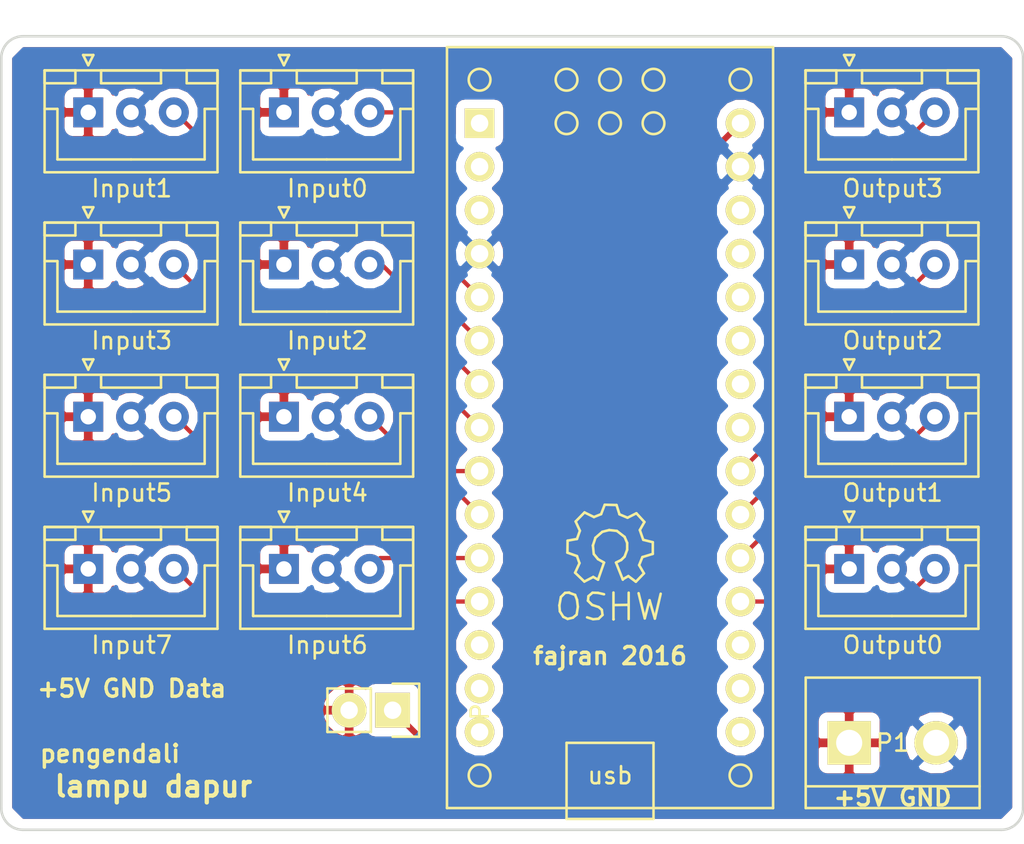
<source format=kicad_pcb>
(kicad_pcb (version 4) (host pcbnew 4.0.2+e4-6225~38~ubuntu15.04.1-stable)

  (general
    (links 40)
    (no_connects 0)
    (area 113.589999 79.42 173.430001 130.615)
    (thickness 1.6)
    (drawings 13)
    (tracks 62)
    (zones 0)
    (modules 16)
    (nets 31)
  )

  (page A4)
  (layers
    (0 F.Cu signal)
    (31 B.Cu signal)
    (32 B.Adhes user)
    (33 F.Adhes user)
    (34 B.Paste user)
    (35 F.Paste user)
    (36 B.SilkS user)
    (37 F.SilkS user)
    (38 B.Mask user)
    (39 F.Mask user)
    (40 Dwgs.User user)
    (41 Cmts.User user)
    (42 Eco1.User user)
    (43 Eco2.User user)
    (44 Edge.Cuts user)
    (45 Margin user)
    (46 B.CrtYd user)
    (47 F.CrtYd user)
    (48 B.Fab user)
    (49 F.Fab user)
  )

  (setup
    (last_trace_width 0.25)
    (trace_clearance 0.2)
    (zone_clearance 0.508)
    (zone_45_only yes)
    (trace_min 0.2)
    (segment_width 0.2)
    (edge_width 0.15)
    (via_size 0.6)
    (via_drill 0.4)
    (via_min_size 0.4)
    (via_min_drill 0.3)
    (uvia_size 0.3)
    (uvia_drill 0.1)
    (uvias_allowed no)
    (uvia_min_size 0.2)
    (uvia_min_drill 0.1)
    (pcb_text_width 0.3)
    (pcb_text_size 1.5 1.5)
    (mod_edge_width 0.15)
    (mod_text_size 1 1)
    (mod_text_width 0.15)
    (pad_size 5 5)
    (pad_drill 3.2)
    (pad_to_mask_clearance 0.2)
    (aux_axis_origin 0 0)
    (visible_elements FFFEFF7F)
    (pcbplotparams
      (layerselection 0x010f0_80000001)
      (usegerberextensions false)
      (excludeedgelayer true)
      (linewidth 0.100000)
      (plotframeref false)
      (viasonmask false)
      (mode 1)
      (useauxorigin false)
      (hpglpennumber 1)
      (hpglpenspeed 20)
      (hpglpendiameter 15)
      (hpglpenoverlay 2)
      (psnegative false)
      (psa4output false)
      (plotreference true)
      (plotvalue true)
      (plotinvisibletext false)
      (padsonsilk false)
      (subtractmaskfromsilk false)
      (outputformat 1)
      (mirror false)
      (drillshape 0)
      (scaleselection 1)
      (outputdirectory ../gerber/))
  )

  (net 0 "")
  (net 1 +5V)
  (net 2 GND)
  (net 3 In0)
  (net 4 In1)
  (net 5 In2)
  (net 6 In3)
  (net 7 In4)
  (net 8 In5)
  (net 9 In6)
  (net 10 In7)
  (net 11 Out0)
  (net 12 Out1)
  (net 13 Out2)
  (net 14 Out3)
  (net 15 VCC)
  (net 16 "Net-(Arduino1-Pad1)")
  (net 17 "Net-(Arduino1-Pad2)")
  (net 18 "Net-(Arduino1-Pad3)")
  (net 19 "Net-(Arduino1-Pad13)")
  (net 20 "Net-(Arduino1-Pad14)")
  (net 21 "Net-(Arduino1-Pad15)")
  (net 22 "Net-(Arduino1-Pad16)")
  (net 23 "Net-(Arduino1-Pad17)")
  (net 24 "Net-(Arduino1-Pad18)")
  (net 25 "Net-(Arduino1-Pad23)")
  (net 26 "Net-(Arduino1-Pad24)")
  (net 27 "Net-(Arduino1-Pad25)")
  (net 28 "Net-(Arduino1-Pad26)")
  (net 29 "Net-(Arduino1-Pad27)")
  (net 30 "Net-(Arduino1-Pad28)")

  (net_class Default "This is the default net class."
    (clearance 0.2)
    (trace_width 0.25)
    (via_dia 0.6)
    (via_drill 0.4)
    (uvia_dia 0.3)
    (uvia_drill 0.1)
    (add_net GND)
    (add_net "Net-(Arduino1-Pad1)")
    (add_net "Net-(Arduino1-Pad13)")
    (add_net "Net-(Arduino1-Pad14)")
    (add_net "Net-(Arduino1-Pad15)")
    (add_net "Net-(Arduino1-Pad16)")
    (add_net "Net-(Arduino1-Pad17)")
    (add_net "Net-(Arduino1-Pad18)")
    (add_net "Net-(Arduino1-Pad2)")
    (add_net "Net-(Arduino1-Pad23)")
    (add_net "Net-(Arduino1-Pad24)")
    (add_net "Net-(Arduino1-Pad25)")
    (add_net "Net-(Arduino1-Pad26)")
    (add_net "Net-(Arduino1-Pad27)")
    (add_net "Net-(Arduino1-Pad28)")
    (add_net "Net-(Arduino1-Pad3)")
  )

  (net_class +5V ""
    (clearance 0.3)
    (trace_width 0.4)
    (via_dia 0.6)
    (via_drill 0.4)
    (uvia_dia 0.3)
    (uvia_drill 0.1)
    (add_net +5V)
  )

  (net_class In ""
    (clearance 0.2)
    (trace_width 0.25)
    (via_dia 0.6)
    (via_drill 0.4)
    (uvia_dia 0.3)
    (uvia_drill 0.1)
    (add_net In0)
    (add_net In1)
    (add_net In2)
    (add_net In3)
    (add_net In4)
    (add_net In5)
    (add_net In6)
    (add_net In7)
  )

  (net_class Out ""
    (clearance 0.2)
    (trace_width 0.25)
    (via_dia 0.6)
    (via_drill 0.4)
    (uvia_dia 0.3)
    (uvia_drill 0.1)
    (add_net Out0)
    (add_net Out1)
    (add_net Out2)
    (add_net Out3)
  )

  (net_class VCC ""
    (clearance 0.3)
    (trace_width 0.35)
    (via_dia 0.6)
    (via_drill 0.4)
    (uvia_dia 0.3)
    (uvia_drill 0.1)
    (add_net VCC)
  )

  (module "Arduino:Arduino Nano Shield" (layer F.Cu) (tedit 578BF02C) (tstamp 578BEA7B)
    (at 149.225 104.775)
    (path /57898145)
    (fp_text reference Arduino1 (at 0 24.765) (layer F.SilkS) hide
      (effects (font (size 1 1) (thickness 0.15)))
    )
    (fp_text value Arduino_Nano_Shield (at 0 -24.13) (layer F.Fab)
      (effects (font (size 1 1) (thickness 0.15)))
    )
    (fp_line (start -9.525 -22.225) (end 9.525 -22.225) (layer F.SilkS) (width 0.15))
    (fp_line (start 9.525 -22.225) (end 9.525 22.225) (layer F.SilkS) (width 0.15))
    (fp_line (start 9.525 22.225) (end -9.525 22.225) (layer F.SilkS) (width 0.15))
    (fp_line (start -9.525 22.225) (end -9.525 -22.225) (layer F.SilkS) (width 0.15))
    (fp_circle (center -7.62 20.32) (end -6.985 20.32) (layer F.SilkS) (width 0.15))
    (fp_circle (center 7.62 20.32) (end 8.255 20.32) (layer F.SilkS) (width 0.15))
    (fp_circle (center -7.62 -20.32) (end -6.985 -20.32) (layer F.SilkS) (width 0.15))
    (fp_circle (center 7.62 -20.32) (end 8.255 -20.32) (layer F.SilkS) (width 0.15))
    (fp_circle (center -2.54 -20.32) (end -1.905 -20.32) (layer F.SilkS) (width 0.15))
    (fp_circle (center -2.54 -17.78) (end -1.905 -17.78) (layer F.SilkS) (width 0.15))
    (fp_circle (center 2.54 -17.78) (end 3.175 -17.78) (layer F.SilkS) (width 0.15))
    (fp_circle (center 2.54 -20.32) (end 3.175 -20.32) (layer F.SilkS) (width 0.15))
    (fp_circle (center 0 -20.32) (end 0.635 -20.32) (layer F.SilkS) (width 0.15))
    (fp_circle (center 0 -17.78) (end 0.635 -17.78) (layer F.SilkS) (width 0.15))
    (fp_line (start 2.54 18.415) (end -2.54 18.415) (layer F.SilkS) (width 0.15))
    (fp_line (start -2.54 22.86) (end 2.54 22.86) (layer F.SilkS) (width 0.15))
    (fp_line (start -2.54 22.86) (end -2.54 18.415) (layer F.SilkS) (width 0.15))
    (fp_line (start 2.54 18.415) (end 2.54 22.86) (layer F.SilkS) (width 0.15))
    (fp_text user usb (at 0 20.32) (layer F.SilkS)
      (effects (font (size 1 1) (thickness 0.15)))
    )
    (pad 1 thru_hole rect (at -7.62 -17.78) (size 1.7272 1.7272) (drill 1.016) (layers *.Cu *.Mask F.SilkS)
      (net 16 "Net-(Arduino1-Pad1)"))
    (pad 2 thru_hole circle (at -7.62 -15.24) (size 1.7272 1.7272) (drill 1.016) (layers *.Cu *.Mask F.SilkS)
      (net 17 "Net-(Arduino1-Pad2)"))
    (pad 3 thru_hole circle (at -7.62 -12.7) (size 1.7272 1.7272) (drill 1.016) (layers *.Cu *.Mask F.SilkS)
      (net 18 "Net-(Arduino1-Pad3)"))
    (pad 4 thru_hole circle (at -7.62 -10.16) (size 1.7272 1.7272) (drill 1.016) (layers *.Cu *.Mask F.SilkS)
      (net 2 GND))
    (pad 5 thru_hole circle (at -7.62 -7.62) (size 1.7272 1.7272) (drill 1.016) (layers *.Cu *.Mask F.SilkS)
      (net 3 In0))
    (pad 6 thru_hole circle (at -7.62 -5.08) (size 1.7272 1.7272) (drill 1.016) (layers *.Cu *.Mask F.SilkS)
      (net 4 In1))
    (pad 7 thru_hole circle (at -7.62 -2.54) (size 1.7272 1.7272) (drill 1.016) (layers *.Cu *.Mask F.SilkS)
      (net 5 In2))
    (pad 8 thru_hole circle (at -7.62 0) (size 1.7272 1.7272) (drill 1.016) (layers *.Cu *.Mask F.SilkS)
      (net 6 In3))
    (pad 9 thru_hole circle (at -7.62 2.54) (size 1.7272 1.7272) (drill 1.016) (layers *.Cu *.Mask F.SilkS)
      (net 7 In4))
    (pad 10 thru_hole circle (at -7.62 5.08) (size 1.7272 1.7272) (drill 1.016) (layers *.Cu *.Mask F.SilkS)
      (net 8 In5))
    (pad 11 thru_hole circle (at -7.62 7.62) (size 1.7272 1.7272) (drill 1.016) (layers *.Cu *.Mask F.SilkS)
      (net 9 In6))
    (pad 12 thru_hole circle (at -7.62 10.16) (size 1.7272 1.7272) (drill 1.016) (layers *.Cu *.Mask F.SilkS)
      (net 10 In7))
    (pad 13 thru_hole circle (at -7.62 12.7) (size 1.7272 1.7272) (drill 1.016) (layers *.Cu *.Mask F.SilkS)
      (net 19 "Net-(Arduino1-Pad13)"))
    (pad 14 thru_hole circle (at -7.62 15.24) (size 1.7272 1.7272) (drill 1.016) (layers *.Cu *.Mask F.SilkS)
      (net 20 "Net-(Arduino1-Pad14)"))
    (pad 15 thru_hole circle (at -7.62 17.78) (size 1.7272 1.7272) (drill 1.016) (layers *.Cu *.Mask F.SilkS)
      (net 21 "Net-(Arduino1-Pad15)"))
    (pad 16 thru_hole circle (at 7.62 17.78) (size 1.7272 1.7272) (drill 1.016) (layers *.Cu *.Mask F.SilkS)
      (net 22 "Net-(Arduino1-Pad16)"))
    (pad 17 thru_hole circle (at 7.62 15.24) (size 1.7272 1.7272) (drill 1.016) (layers *.Cu *.Mask F.SilkS)
      (net 23 "Net-(Arduino1-Pad17)"))
    (pad 18 thru_hole circle (at 7.62 12.7) (size 1.7272 1.7272) (drill 1.016) (layers *.Cu *.Mask F.SilkS)
      (net 24 "Net-(Arduino1-Pad18)"))
    (pad 19 thru_hole circle (at 7.62 10.16) (size 1.7272 1.7272) (drill 1.016) (layers *.Cu *.Mask F.SilkS)
      (net 11 Out0))
    (pad 20 thru_hole circle (at 7.62 7.62) (size 1.7272 1.7272) (drill 1.016) (layers *.Cu *.Mask F.SilkS)
      (net 12 Out1))
    (pad 21 thru_hole circle (at 7.62 5.08) (size 1.7272 1.7272) (drill 1.016) (layers *.Cu *.Mask F.SilkS)
      (net 13 Out2))
    (pad 22 thru_hole circle (at 7.62 2.54) (size 1.7272 1.7272) (drill 1.016) (layers *.Cu *.Mask F.SilkS)
      (net 14 Out3))
    (pad 23 thru_hole circle (at 7.62 0) (size 1.7272 1.7272) (drill 1.016) (layers *.Cu *.Mask F.SilkS)
      (net 25 "Net-(Arduino1-Pad23)"))
    (pad 24 thru_hole circle (at 7.62 -2.54) (size 1.7272 1.7272) (drill 1.016) (layers *.Cu *.Mask F.SilkS)
      (net 26 "Net-(Arduino1-Pad24)"))
    (pad 25 thru_hole circle (at 7.62 -5.08) (size 1.7272 1.7272) (drill 1.016) (layers *.Cu *.Mask F.SilkS)
      (net 27 "Net-(Arduino1-Pad25)"))
    (pad 26 thru_hole circle (at 7.62 -7.62) (size 1.7272 1.7272) (drill 1.016) (layers *.Cu *.Mask F.SilkS)
      (net 28 "Net-(Arduino1-Pad26)"))
    (pad 27 thru_hole circle (at 7.62 -10.16) (size 1.7272 1.7272) (drill 1.016) (layers *.Cu *.Mask F.SilkS)
      (net 29 "Net-(Arduino1-Pad27)"))
    (pad 28 thru_hole circle (at 7.62 -12.7) (size 1.7272 1.7272) (drill 1.016) (layers *.Cu *.Mask F.SilkS)
      (net 30 "Net-(Arduino1-Pad28)"))
    (pad 29 thru_hole circle (at 7.62 -15.24) (size 1.7272 1.7272) (drill 1.016) (layers *.Cu *.Mask F.SilkS)
      (net 2 GND))
    (pad 30 thru_hole circle (at 7.62 -17.78) (size 1.7272 1.7272) (drill 1.016) (layers *.Cu *.Mask F.SilkS)
      (net 15 VCC))
  )

  (module Connectors_JST:JST_XH_B03B-XH-A_03x2.50mm_Straight (layer F.Cu) (tedit 578BED2E) (tstamp 578BEA9F)
    (at 130.175 86.36)
    (descr "JST XH series connector, B03B-XH-A, top entry type, through hole")
    (tags "connector jst xh tht top vertical 2.50mm")
    (path /578983B8)
    (fp_text reference Input0 (at 2.54 4.445) (layer F.SilkS)
      (effects (font (size 1 1) (thickness 0.15)))
    )
    (fp_text value Input0 (at 2.5 4.5) (layer F.Fab)
      (effects (font (size 1 1) (thickness 0.15)))
    )
    (fp_line (start -2.95 -2.85) (end -2.95 3.9) (layer F.CrtYd) (width 0.05))
    (fp_line (start -2.95 3.9) (end 7.95 3.9) (layer F.CrtYd) (width 0.05))
    (fp_line (start 7.95 3.9) (end 7.95 -2.85) (layer F.CrtYd) (width 0.05))
    (fp_line (start 7.95 -2.85) (end -2.95 -2.85) (layer F.CrtYd) (width 0.05))
    (fp_line (start -2.55 -2.45) (end -2.55 3.5) (layer F.SilkS) (width 0.15))
    (fp_line (start -2.55 3.5) (end 7.55 3.5) (layer F.SilkS) (width 0.15))
    (fp_line (start 7.55 3.5) (end 7.55 -2.45) (layer F.SilkS) (width 0.15))
    (fp_line (start 7.55 -2.45) (end -2.55 -2.45) (layer F.SilkS) (width 0.15))
    (fp_line (start 0.75 -2.45) (end 0.75 -1.7) (layer F.SilkS) (width 0.15))
    (fp_line (start 0.75 -1.7) (end 4.25 -1.7) (layer F.SilkS) (width 0.15))
    (fp_line (start 4.25 -1.7) (end 4.25 -2.45) (layer F.SilkS) (width 0.15))
    (fp_line (start 4.25 -2.45) (end 0.75 -2.45) (layer F.SilkS) (width 0.15))
    (fp_line (start -2.55 -2.45) (end -2.55 -1.7) (layer F.SilkS) (width 0.15))
    (fp_line (start -2.55 -1.7) (end -0.75 -1.7) (layer F.SilkS) (width 0.15))
    (fp_line (start -0.75 -1.7) (end -0.75 -2.45) (layer F.SilkS) (width 0.15))
    (fp_line (start -0.75 -2.45) (end -2.55 -2.45) (layer F.SilkS) (width 0.15))
    (fp_line (start 5.75 -2.45) (end 5.75 -1.7) (layer F.SilkS) (width 0.15))
    (fp_line (start 5.75 -1.7) (end 7.55 -1.7) (layer F.SilkS) (width 0.15))
    (fp_line (start 7.55 -1.7) (end 7.55 -2.45) (layer F.SilkS) (width 0.15))
    (fp_line (start 7.55 -2.45) (end 5.75 -2.45) (layer F.SilkS) (width 0.15))
    (fp_line (start -2.55 -0.2) (end -1.8 -0.2) (layer F.SilkS) (width 0.15))
    (fp_line (start -1.8 -0.2) (end -1.8 2.75) (layer F.SilkS) (width 0.15))
    (fp_line (start -1.8 2.75) (end 2.5 2.75) (layer F.SilkS) (width 0.15))
    (fp_line (start 7.55 -0.2) (end 6.8 -0.2) (layer F.SilkS) (width 0.15))
    (fp_line (start 6.8 -0.2) (end 6.8 2.75) (layer F.SilkS) (width 0.15))
    (fp_line (start 6.8 2.75) (end 2.5 2.75) (layer F.SilkS) (width 0.15))
    (fp_line (start 0 -2.75) (end -0.3 -3.35) (layer F.SilkS) (width 0.15))
    (fp_line (start -0.3 -3.35) (end 0.3 -3.35) (layer F.SilkS) (width 0.15))
    (fp_line (start 0.3 -3.35) (end 0 -2.75) (layer F.SilkS) (width 0.15))
    (pad 1 thru_hole rect (at 0 0) (size 1.75 1.75) (drill 0.9) (layers *.Cu *.Mask)
      (net 1 +5V))
    (pad 2 thru_hole circle (at 2.5 0) (size 1.75 1.75) (drill 0.9) (layers *.Cu *.Mask)
      (net 2 GND))
    (pad 3 thru_hole circle (at 5 0) (size 1.75 1.75) (drill 0.9) (layers *.Cu *.Mask)
      (net 3 In0))
    (model Connectors_JST.3dshapes/JST_XH_B03B-XH-A_03x2.50mm_Straight.wrl
      (at (xyz 0 0 0))
      (scale (xyz 1 1 1))
      (rotate (xyz 0 0 0))
    )
  )

  (module Connectors_JST:JST_XH_B03B-XH-A_03x2.50mm_Straight (layer F.Cu) (tedit 578BED2A) (tstamp 578BEAC3)
    (at 118.745 86.36)
    (descr "JST XH series connector, B03B-XH-A, top entry type, through hole")
    (tags "connector jst xh tht top vertical 2.50mm")
    (path /578990E0)
    (fp_text reference Input1 (at 2.54 4.445) (layer F.SilkS)
      (effects (font (size 1 1) (thickness 0.15)))
    )
    (fp_text value Input1 (at 2.5 4.5) (layer F.Fab)
      (effects (font (size 1 1) (thickness 0.15)))
    )
    (fp_line (start -2.95 -2.85) (end -2.95 3.9) (layer F.CrtYd) (width 0.05))
    (fp_line (start -2.95 3.9) (end 7.95 3.9) (layer F.CrtYd) (width 0.05))
    (fp_line (start 7.95 3.9) (end 7.95 -2.85) (layer F.CrtYd) (width 0.05))
    (fp_line (start 7.95 -2.85) (end -2.95 -2.85) (layer F.CrtYd) (width 0.05))
    (fp_line (start -2.55 -2.45) (end -2.55 3.5) (layer F.SilkS) (width 0.15))
    (fp_line (start -2.55 3.5) (end 7.55 3.5) (layer F.SilkS) (width 0.15))
    (fp_line (start 7.55 3.5) (end 7.55 -2.45) (layer F.SilkS) (width 0.15))
    (fp_line (start 7.55 -2.45) (end -2.55 -2.45) (layer F.SilkS) (width 0.15))
    (fp_line (start 0.75 -2.45) (end 0.75 -1.7) (layer F.SilkS) (width 0.15))
    (fp_line (start 0.75 -1.7) (end 4.25 -1.7) (layer F.SilkS) (width 0.15))
    (fp_line (start 4.25 -1.7) (end 4.25 -2.45) (layer F.SilkS) (width 0.15))
    (fp_line (start 4.25 -2.45) (end 0.75 -2.45) (layer F.SilkS) (width 0.15))
    (fp_line (start -2.55 -2.45) (end -2.55 -1.7) (layer F.SilkS) (width 0.15))
    (fp_line (start -2.55 -1.7) (end -0.75 -1.7) (layer F.SilkS) (width 0.15))
    (fp_line (start -0.75 -1.7) (end -0.75 -2.45) (layer F.SilkS) (width 0.15))
    (fp_line (start -0.75 -2.45) (end -2.55 -2.45) (layer F.SilkS) (width 0.15))
    (fp_line (start 5.75 -2.45) (end 5.75 -1.7) (layer F.SilkS) (width 0.15))
    (fp_line (start 5.75 -1.7) (end 7.55 -1.7) (layer F.SilkS) (width 0.15))
    (fp_line (start 7.55 -1.7) (end 7.55 -2.45) (layer F.SilkS) (width 0.15))
    (fp_line (start 7.55 -2.45) (end 5.75 -2.45) (layer F.SilkS) (width 0.15))
    (fp_line (start -2.55 -0.2) (end -1.8 -0.2) (layer F.SilkS) (width 0.15))
    (fp_line (start -1.8 -0.2) (end -1.8 2.75) (layer F.SilkS) (width 0.15))
    (fp_line (start -1.8 2.75) (end 2.5 2.75) (layer F.SilkS) (width 0.15))
    (fp_line (start 7.55 -0.2) (end 6.8 -0.2) (layer F.SilkS) (width 0.15))
    (fp_line (start 6.8 -0.2) (end 6.8 2.75) (layer F.SilkS) (width 0.15))
    (fp_line (start 6.8 2.75) (end 2.5 2.75) (layer F.SilkS) (width 0.15))
    (fp_line (start 0 -2.75) (end -0.3 -3.35) (layer F.SilkS) (width 0.15))
    (fp_line (start -0.3 -3.35) (end 0.3 -3.35) (layer F.SilkS) (width 0.15))
    (fp_line (start 0.3 -3.35) (end 0 -2.75) (layer F.SilkS) (width 0.15))
    (pad 1 thru_hole rect (at 0 0) (size 1.75 1.75) (drill 0.9) (layers *.Cu *.Mask)
      (net 1 +5V))
    (pad 2 thru_hole circle (at 2.5 0) (size 1.75 1.75) (drill 0.9) (layers *.Cu *.Mask)
      (net 2 GND))
    (pad 3 thru_hole circle (at 5 0) (size 1.75 1.75) (drill 0.9) (layers *.Cu *.Mask)
      (net 4 In1))
    (model Connectors_JST.3dshapes/JST_XH_B03B-XH-A_03x2.50mm_Straight.wrl
      (at (xyz 0 0 0))
      (scale (xyz 1 1 1))
      (rotate (xyz 0 0 0))
    )
  )

  (module Connectors_JST:JST_XH_B03B-XH-A_03x2.50mm_Straight (layer F.Cu) (tedit 578BED25) (tstamp 578BEAE7)
    (at 130.175 95.25)
    (descr "JST XH series connector, B03B-XH-A, top entry type, through hole")
    (tags "connector jst xh tht top vertical 2.50mm")
    (path /57898F53)
    (fp_text reference Input2 (at 2.54 4.445) (layer F.SilkS)
      (effects (font (size 1 1) (thickness 0.15)))
    )
    (fp_text value Input2 (at 2.5 4.5) (layer F.Fab)
      (effects (font (size 1 1) (thickness 0.15)))
    )
    (fp_line (start -2.95 -2.85) (end -2.95 3.9) (layer F.CrtYd) (width 0.05))
    (fp_line (start -2.95 3.9) (end 7.95 3.9) (layer F.CrtYd) (width 0.05))
    (fp_line (start 7.95 3.9) (end 7.95 -2.85) (layer F.CrtYd) (width 0.05))
    (fp_line (start 7.95 -2.85) (end -2.95 -2.85) (layer F.CrtYd) (width 0.05))
    (fp_line (start -2.55 -2.45) (end -2.55 3.5) (layer F.SilkS) (width 0.15))
    (fp_line (start -2.55 3.5) (end 7.55 3.5) (layer F.SilkS) (width 0.15))
    (fp_line (start 7.55 3.5) (end 7.55 -2.45) (layer F.SilkS) (width 0.15))
    (fp_line (start 7.55 -2.45) (end -2.55 -2.45) (layer F.SilkS) (width 0.15))
    (fp_line (start 0.75 -2.45) (end 0.75 -1.7) (layer F.SilkS) (width 0.15))
    (fp_line (start 0.75 -1.7) (end 4.25 -1.7) (layer F.SilkS) (width 0.15))
    (fp_line (start 4.25 -1.7) (end 4.25 -2.45) (layer F.SilkS) (width 0.15))
    (fp_line (start 4.25 -2.45) (end 0.75 -2.45) (layer F.SilkS) (width 0.15))
    (fp_line (start -2.55 -2.45) (end -2.55 -1.7) (layer F.SilkS) (width 0.15))
    (fp_line (start -2.55 -1.7) (end -0.75 -1.7) (layer F.SilkS) (width 0.15))
    (fp_line (start -0.75 -1.7) (end -0.75 -2.45) (layer F.SilkS) (width 0.15))
    (fp_line (start -0.75 -2.45) (end -2.55 -2.45) (layer F.SilkS) (width 0.15))
    (fp_line (start 5.75 -2.45) (end 5.75 -1.7) (layer F.SilkS) (width 0.15))
    (fp_line (start 5.75 -1.7) (end 7.55 -1.7) (layer F.SilkS) (width 0.15))
    (fp_line (start 7.55 -1.7) (end 7.55 -2.45) (layer F.SilkS) (width 0.15))
    (fp_line (start 7.55 -2.45) (end 5.75 -2.45) (layer F.SilkS) (width 0.15))
    (fp_line (start -2.55 -0.2) (end -1.8 -0.2) (layer F.SilkS) (width 0.15))
    (fp_line (start -1.8 -0.2) (end -1.8 2.75) (layer F.SilkS) (width 0.15))
    (fp_line (start -1.8 2.75) (end 2.5 2.75) (layer F.SilkS) (width 0.15))
    (fp_line (start 7.55 -0.2) (end 6.8 -0.2) (layer F.SilkS) (width 0.15))
    (fp_line (start 6.8 -0.2) (end 6.8 2.75) (layer F.SilkS) (width 0.15))
    (fp_line (start 6.8 2.75) (end 2.5 2.75) (layer F.SilkS) (width 0.15))
    (fp_line (start 0 -2.75) (end -0.3 -3.35) (layer F.SilkS) (width 0.15))
    (fp_line (start -0.3 -3.35) (end 0.3 -3.35) (layer F.SilkS) (width 0.15))
    (fp_line (start 0.3 -3.35) (end 0 -2.75) (layer F.SilkS) (width 0.15))
    (pad 1 thru_hole rect (at 0 0) (size 1.75 1.75) (drill 0.9) (layers *.Cu *.Mask)
      (net 1 +5V))
    (pad 2 thru_hole circle (at 2.5 0) (size 1.75 1.75) (drill 0.9) (layers *.Cu *.Mask)
      (net 2 GND))
    (pad 3 thru_hole circle (at 5 0) (size 1.75 1.75) (drill 0.9) (layers *.Cu *.Mask)
      (net 5 In2))
    (model Connectors_JST.3dshapes/JST_XH_B03B-XH-A_03x2.50mm_Straight.wrl
      (at (xyz 0 0 0))
      (scale (xyz 1 1 1))
      (rotate (xyz 0 0 0))
    )
  )

  (module Connectors_JST:JST_XH_B03B-XH-A_03x2.50mm_Straight (layer F.Cu) (tedit 578BED28) (tstamp 578BEB0B)
    (at 118.745 95.25)
    (descr "JST XH series connector, B03B-XH-A, top entry type, through hole")
    (tags "connector jst xh tht top vertical 2.50mm")
    (path /5789915E)
    (fp_text reference Input3 (at 2.54 4.445) (layer F.SilkS)
      (effects (font (size 1 1) (thickness 0.15)))
    )
    (fp_text value Input3 (at 2.5 4.5) (layer F.Fab)
      (effects (font (size 1 1) (thickness 0.15)))
    )
    (fp_line (start -2.95 -2.85) (end -2.95 3.9) (layer F.CrtYd) (width 0.05))
    (fp_line (start -2.95 3.9) (end 7.95 3.9) (layer F.CrtYd) (width 0.05))
    (fp_line (start 7.95 3.9) (end 7.95 -2.85) (layer F.CrtYd) (width 0.05))
    (fp_line (start 7.95 -2.85) (end -2.95 -2.85) (layer F.CrtYd) (width 0.05))
    (fp_line (start -2.55 -2.45) (end -2.55 3.5) (layer F.SilkS) (width 0.15))
    (fp_line (start -2.55 3.5) (end 7.55 3.5) (layer F.SilkS) (width 0.15))
    (fp_line (start 7.55 3.5) (end 7.55 -2.45) (layer F.SilkS) (width 0.15))
    (fp_line (start 7.55 -2.45) (end -2.55 -2.45) (layer F.SilkS) (width 0.15))
    (fp_line (start 0.75 -2.45) (end 0.75 -1.7) (layer F.SilkS) (width 0.15))
    (fp_line (start 0.75 -1.7) (end 4.25 -1.7) (layer F.SilkS) (width 0.15))
    (fp_line (start 4.25 -1.7) (end 4.25 -2.45) (layer F.SilkS) (width 0.15))
    (fp_line (start 4.25 -2.45) (end 0.75 -2.45) (layer F.SilkS) (width 0.15))
    (fp_line (start -2.55 -2.45) (end -2.55 -1.7) (layer F.SilkS) (width 0.15))
    (fp_line (start -2.55 -1.7) (end -0.75 -1.7) (layer F.SilkS) (width 0.15))
    (fp_line (start -0.75 -1.7) (end -0.75 -2.45) (layer F.SilkS) (width 0.15))
    (fp_line (start -0.75 -2.45) (end -2.55 -2.45) (layer F.SilkS) (width 0.15))
    (fp_line (start 5.75 -2.45) (end 5.75 -1.7) (layer F.SilkS) (width 0.15))
    (fp_line (start 5.75 -1.7) (end 7.55 -1.7) (layer F.SilkS) (width 0.15))
    (fp_line (start 7.55 -1.7) (end 7.55 -2.45) (layer F.SilkS) (width 0.15))
    (fp_line (start 7.55 -2.45) (end 5.75 -2.45) (layer F.SilkS) (width 0.15))
    (fp_line (start -2.55 -0.2) (end -1.8 -0.2) (layer F.SilkS) (width 0.15))
    (fp_line (start -1.8 -0.2) (end -1.8 2.75) (layer F.SilkS) (width 0.15))
    (fp_line (start -1.8 2.75) (end 2.5 2.75) (layer F.SilkS) (width 0.15))
    (fp_line (start 7.55 -0.2) (end 6.8 -0.2) (layer F.SilkS) (width 0.15))
    (fp_line (start 6.8 -0.2) (end 6.8 2.75) (layer F.SilkS) (width 0.15))
    (fp_line (start 6.8 2.75) (end 2.5 2.75) (layer F.SilkS) (width 0.15))
    (fp_line (start 0 -2.75) (end -0.3 -3.35) (layer F.SilkS) (width 0.15))
    (fp_line (start -0.3 -3.35) (end 0.3 -3.35) (layer F.SilkS) (width 0.15))
    (fp_line (start 0.3 -3.35) (end 0 -2.75) (layer F.SilkS) (width 0.15))
    (pad 1 thru_hole rect (at 0 0) (size 1.75 1.75) (drill 0.9) (layers *.Cu *.Mask)
      (net 1 +5V))
    (pad 2 thru_hole circle (at 2.5 0) (size 1.75 1.75) (drill 0.9) (layers *.Cu *.Mask)
      (net 2 GND))
    (pad 3 thru_hole circle (at 5 0) (size 1.75 1.75) (drill 0.9) (layers *.Cu *.Mask)
      (net 6 In3))
    (model Connectors_JST.3dshapes/JST_XH_B03B-XH-A_03x2.50mm_Straight.wrl
      (at (xyz 0 0 0))
      (scale (xyz 1 1 1))
      (rotate (xyz 0 0 0))
    )
  )

  (module Connectors_JST:JST_XH_B03B-XH-A_03x2.50mm_Straight (layer F.Cu) (tedit 578BED23) (tstamp 578BEB2F)
    (at 130.175 104.14)
    (descr "JST XH series connector, B03B-XH-A, top entry type, through hole")
    (tags "connector jst xh tht top vertical 2.50mm")
    (path /57899420)
    (fp_text reference Input4 (at 2.54 4.445) (layer F.SilkS)
      (effects (font (size 1 1) (thickness 0.15)))
    )
    (fp_text value Input4 (at 2.5 4.5) (layer F.Fab)
      (effects (font (size 1 1) (thickness 0.15)))
    )
    (fp_line (start -2.95 -2.85) (end -2.95 3.9) (layer F.CrtYd) (width 0.05))
    (fp_line (start -2.95 3.9) (end 7.95 3.9) (layer F.CrtYd) (width 0.05))
    (fp_line (start 7.95 3.9) (end 7.95 -2.85) (layer F.CrtYd) (width 0.05))
    (fp_line (start 7.95 -2.85) (end -2.95 -2.85) (layer F.CrtYd) (width 0.05))
    (fp_line (start -2.55 -2.45) (end -2.55 3.5) (layer F.SilkS) (width 0.15))
    (fp_line (start -2.55 3.5) (end 7.55 3.5) (layer F.SilkS) (width 0.15))
    (fp_line (start 7.55 3.5) (end 7.55 -2.45) (layer F.SilkS) (width 0.15))
    (fp_line (start 7.55 -2.45) (end -2.55 -2.45) (layer F.SilkS) (width 0.15))
    (fp_line (start 0.75 -2.45) (end 0.75 -1.7) (layer F.SilkS) (width 0.15))
    (fp_line (start 0.75 -1.7) (end 4.25 -1.7) (layer F.SilkS) (width 0.15))
    (fp_line (start 4.25 -1.7) (end 4.25 -2.45) (layer F.SilkS) (width 0.15))
    (fp_line (start 4.25 -2.45) (end 0.75 -2.45) (layer F.SilkS) (width 0.15))
    (fp_line (start -2.55 -2.45) (end -2.55 -1.7) (layer F.SilkS) (width 0.15))
    (fp_line (start -2.55 -1.7) (end -0.75 -1.7) (layer F.SilkS) (width 0.15))
    (fp_line (start -0.75 -1.7) (end -0.75 -2.45) (layer F.SilkS) (width 0.15))
    (fp_line (start -0.75 -2.45) (end -2.55 -2.45) (layer F.SilkS) (width 0.15))
    (fp_line (start 5.75 -2.45) (end 5.75 -1.7) (layer F.SilkS) (width 0.15))
    (fp_line (start 5.75 -1.7) (end 7.55 -1.7) (layer F.SilkS) (width 0.15))
    (fp_line (start 7.55 -1.7) (end 7.55 -2.45) (layer F.SilkS) (width 0.15))
    (fp_line (start 7.55 -2.45) (end 5.75 -2.45) (layer F.SilkS) (width 0.15))
    (fp_line (start -2.55 -0.2) (end -1.8 -0.2) (layer F.SilkS) (width 0.15))
    (fp_line (start -1.8 -0.2) (end -1.8 2.75) (layer F.SilkS) (width 0.15))
    (fp_line (start -1.8 2.75) (end 2.5 2.75) (layer F.SilkS) (width 0.15))
    (fp_line (start 7.55 -0.2) (end 6.8 -0.2) (layer F.SilkS) (width 0.15))
    (fp_line (start 6.8 -0.2) (end 6.8 2.75) (layer F.SilkS) (width 0.15))
    (fp_line (start 6.8 2.75) (end 2.5 2.75) (layer F.SilkS) (width 0.15))
    (fp_line (start 0 -2.75) (end -0.3 -3.35) (layer F.SilkS) (width 0.15))
    (fp_line (start -0.3 -3.35) (end 0.3 -3.35) (layer F.SilkS) (width 0.15))
    (fp_line (start 0.3 -3.35) (end 0 -2.75) (layer F.SilkS) (width 0.15))
    (pad 1 thru_hole rect (at 0 0) (size 1.75 1.75) (drill 0.9) (layers *.Cu *.Mask)
      (net 1 +5V))
    (pad 2 thru_hole circle (at 2.5 0) (size 1.75 1.75) (drill 0.9) (layers *.Cu *.Mask)
      (net 2 GND))
    (pad 3 thru_hole circle (at 5 0) (size 1.75 1.75) (drill 0.9) (layers *.Cu *.Mask)
      (net 7 In4))
    (model Connectors_JST.3dshapes/JST_XH_B03B-XH-A_03x2.50mm_Straight.wrl
      (at (xyz 0 0 0))
      (scale (xyz 1 1 1))
      (rotate (xyz 0 0 0))
    )
  )

  (module Connectors_JST:JST_XH_B03B-XH-A_03x2.50mm_Straight (layer F.Cu) (tedit 578BED20) (tstamp 578BEB53)
    (at 118.745 104.14)
    (descr "JST XH series connector, B03B-XH-A, top entry type, through hole")
    (tags "connector jst xh tht top vertical 2.50mm")
    (path /57899450)
    (fp_text reference Input5 (at 2.54 4.445) (layer F.SilkS)
      (effects (font (size 1 1) (thickness 0.15)))
    )
    (fp_text value Input5 (at 2.5 4.5) (layer F.Fab)
      (effects (font (size 1 1) (thickness 0.15)))
    )
    (fp_line (start -2.95 -2.85) (end -2.95 3.9) (layer F.CrtYd) (width 0.05))
    (fp_line (start -2.95 3.9) (end 7.95 3.9) (layer F.CrtYd) (width 0.05))
    (fp_line (start 7.95 3.9) (end 7.95 -2.85) (layer F.CrtYd) (width 0.05))
    (fp_line (start 7.95 -2.85) (end -2.95 -2.85) (layer F.CrtYd) (width 0.05))
    (fp_line (start -2.55 -2.45) (end -2.55 3.5) (layer F.SilkS) (width 0.15))
    (fp_line (start -2.55 3.5) (end 7.55 3.5) (layer F.SilkS) (width 0.15))
    (fp_line (start 7.55 3.5) (end 7.55 -2.45) (layer F.SilkS) (width 0.15))
    (fp_line (start 7.55 -2.45) (end -2.55 -2.45) (layer F.SilkS) (width 0.15))
    (fp_line (start 0.75 -2.45) (end 0.75 -1.7) (layer F.SilkS) (width 0.15))
    (fp_line (start 0.75 -1.7) (end 4.25 -1.7) (layer F.SilkS) (width 0.15))
    (fp_line (start 4.25 -1.7) (end 4.25 -2.45) (layer F.SilkS) (width 0.15))
    (fp_line (start 4.25 -2.45) (end 0.75 -2.45) (layer F.SilkS) (width 0.15))
    (fp_line (start -2.55 -2.45) (end -2.55 -1.7) (layer F.SilkS) (width 0.15))
    (fp_line (start -2.55 -1.7) (end -0.75 -1.7) (layer F.SilkS) (width 0.15))
    (fp_line (start -0.75 -1.7) (end -0.75 -2.45) (layer F.SilkS) (width 0.15))
    (fp_line (start -0.75 -2.45) (end -2.55 -2.45) (layer F.SilkS) (width 0.15))
    (fp_line (start 5.75 -2.45) (end 5.75 -1.7) (layer F.SilkS) (width 0.15))
    (fp_line (start 5.75 -1.7) (end 7.55 -1.7) (layer F.SilkS) (width 0.15))
    (fp_line (start 7.55 -1.7) (end 7.55 -2.45) (layer F.SilkS) (width 0.15))
    (fp_line (start 7.55 -2.45) (end 5.75 -2.45) (layer F.SilkS) (width 0.15))
    (fp_line (start -2.55 -0.2) (end -1.8 -0.2) (layer F.SilkS) (width 0.15))
    (fp_line (start -1.8 -0.2) (end -1.8 2.75) (layer F.SilkS) (width 0.15))
    (fp_line (start -1.8 2.75) (end 2.5 2.75) (layer F.SilkS) (width 0.15))
    (fp_line (start 7.55 -0.2) (end 6.8 -0.2) (layer F.SilkS) (width 0.15))
    (fp_line (start 6.8 -0.2) (end 6.8 2.75) (layer F.SilkS) (width 0.15))
    (fp_line (start 6.8 2.75) (end 2.5 2.75) (layer F.SilkS) (width 0.15))
    (fp_line (start 0 -2.75) (end -0.3 -3.35) (layer F.SilkS) (width 0.15))
    (fp_line (start -0.3 -3.35) (end 0.3 -3.35) (layer F.SilkS) (width 0.15))
    (fp_line (start 0.3 -3.35) (end 0 -2.75) (layer F.SilkS) (width 0.15))
    (pad 1 thru_hole rect (at 0 0) (size 1.75 1.75) (drill 0.9) (layers *.Cu *.Mask)
      (net 1 +5V))
    (pad 2 thru_hole circle (at 2.5 0) (size 1.75 1.75) (drill 0.9) (layers *.Cu *.Mask)
      (net 2 GND))
    (pad 3 thru_hole circle (at 5 0) (size 1.75 1.75) (drill 0.9) (layers *.Cu *.Mask)
      (net 8 In5))
    (model Connectors_JST.3dshapes/JST_XH_B03B-XH-A_03x2.50mm_Straight.wrl
      (at (xyz 0 0 0))
      (scale (xyz 1 1 1))
      (rotate (xyz 0 0 0))
    )
  )

  (module Connectors_JST:JST_XH_B03B-XH-A_03x2.50mm_Straight (layer F.Cu) (tedit 578BED19) (tstamp 578BEB77)
    (at 130.175 113.03)
    (descr "JST XH series connector, B03B-XH-A, top entry type, through hole")
    (tags "connector jst xh tht top vertical 2.50mm")
    (path /57899438)
    (fp_text reference Input6 (at 2.54 4.445) (layer F.SilkS)
      (effects (font (size 1 1) (thickness 0.15)))
    )
    (fp_text value Input6 (at 2.5 4.5) (layer F.Fab)
      (effects (font (size 1 1) (thickness 0.15)))
    )
    (fp_line (start -2.95 -2.85) (end -2.95 3.9) (layer F.CrtYd) (width 0.05))
    (fp_line (start -2.95 3.9) (end 7.95 3.9) (layer F.CrtYd) (width 0.05))
    (fp_line (start 7.95 3.9) (end 7.95 -2.85) (layer F.CrtYd) (width 0.05))
    (fp_line (start 7.95 -2.85) (end -2.95 -2.85) (layer F.CrtYd) (width 0.05))
    (fp_line (start -2.55 -2.45) (end -2.55 3.5) (layer F.SilkS) (width 0.15))
    (fp_line (start -2.55 3.5) (end 7.55 3.5) (layer F.SilkS) (width 0.15))
    (fp_line (start 7.55 3.5) (end 7.55 -2.45) (layer F.SilkS) (width 0.15))
    (fp_line (start 7.55 -2.45) (end -2.55 -2.45) (layer F.SilkS) (width 0.15))
    (fp_line (start 0.75 -2.45) (end 0.75 -1.7) (layer F.SilkS) (width 0.15))
    (fp_line (start 0.75 -1.7) (end 4.25 -1.7) (layer F.SilkS) (width 0.15))
    (fp_line (start 4.25 -1.7) (end 4.25 -2.45) (layer F.SilkS) (width 0.15))
    (fp_line (start 4.25 -2.45) (end 0.75 -2.45) (layer F.SilkS) (width 0.15))
    (fp_line (start -2.55 -2.45) (end -2.55 -1.7) (layer F.SilkS) (width 0.15))
    (fp_line (start -2.55 -1.7) (end -0.75 -1.7) (layer F.SilkS) (width 0.15))
    (fp_line (start -0.75 -1.7) (end -0.75 -2.45) (layer F.SilkS) (width 0.15))
    (fp_line (start -0.75 -2.45) (end -2.55 -2.45) (layer F.SilkS) (width 0.15))
    (fp_line (start 5.75 -2.45) (end 5.75 -1.7) (layer F.SilkS) (width 0.15))
    (fp_line (start 5.75 -1.7) (end 7.55 -1.7) (layer F.SilkS) (width 0.15))
    (fp_line (start 7.55 -1.7) (end 7.55 -2.45) (layer F.SilkS) (width 0.15))
    (fp_line (start 7.55 -2.45) (end 5.75 -2.45) (layer F.SilkS) (width 0.15))
    (fp_line (start -2.55 -0.2) (end -1.8 -0.2) (layer F.SilkS) (width 0.15))
    (fp_line (start -1.8 -0.2) (end -1.8 2.75) (layer F.SilkS) (width 0.15))
    (fp_line (start -1.8 2.75) (end 2.5 2.75) (layer F.SilkS) (width 0.15))
    (fp_line (start 7.55 -0.2) (end 6.8 -0.2) (layer F.SilkS) (width 0.15))
    (fp_line (start 6.8 -0.2) (end 6.8 2.75) (layer F.SilkS) (width 0.15))
    (fp_line (start 6.8 2.75) (end 2.5 2.75) (layer F.SilkS) (width 0.15))
    (fp_line (start 0 -2.75) (end -0.3 -3.35) (layer F.SilkS) (width 0.15))
    (fp_line (start -0.3 -3.35) (end 0.3 -3.35) (layer F.SilkS) (width 0.15))
    (fp_line (start 0.3 -3.35) (end 0 -2.75) (layer F.SilkS) (width 0.15))
    (pad 1 thru_hole rect (at 0 0) (size 1.75 1.75) (drill 0.9) (layers *.Cu *.Mask)
      (net 1 +5V))
    (pad 2 thru_hole circle (at 2.5 0) (size 1.75 1.75) (drill 0.9) (layers *.Cu *.Mask)
      (net 2 GND))
    (pad 3 thru_hole circle (at 5 0) (size 1.75 1.75) (drill 0.9) (layers *.Cu *.Mask)
      (net 9 In6))
    (model Connectors_JST.3dshapes/JST_XH_B03B-XH-A_03x2.50mm_Straight.wrl
      (at (xyz 0 0 0))
      (scale (xyz 1 1 1))
      (rotate (xyz 0 0 0))
    )
  )

  (module Connectors_JST:JST_XH_B03B-XH-A_03x2.50mm_Straight (layer F.Cu) (tedit 578BED16) (tstamp 578BEB9B)
    (at 118.745 113.03)
    (descr "JST XH series connector, B03B-XH-A, top entry type, through hole")
    (tags "connector jst xh tht top vertical 2.50mm")
    (path /57899468)
    (fp_text reference Input7 (at 2.54 4.445) (layer F.SilkS)
      (effects (font (size 1 1) (thickness 0.15)))
    )
    (fp_text value Input7 (at 2.5 4.5) (layer F.Fab)
      (effects (font (size 1 1) (thickness 0.15)))
    )
    (fp_line (start -2.95 -2.85) (end -2.95 3.9) (layer F.CrtYd) (width 0.05))
    (fp_line (start -2.95 3.9) (end 7.95 3.9) (layer F.CrtYd) (width 0.05))
    (fp_line (start 7.95 3.9) (end 7.95 -2.85) (layer F.CrtYd) (width 0.05))
    (fp_line (start 7.95 -2.85) (end -2.95 -2.85) (layer F.CrtYd) (width 0.05))
    (fp_line (start -2.55 -2.45) (end -2.55 3.5) (layer F.SilkS) (width 0.15))
    (fp_line (start -2.55 3.5) (end 7.55 3.5) (layer F.SilkS) (width 0.15))
    (fp_line (start 7.55 3.5) (end 7.55 -2.45) (layer F.SilkS) (width 0.15))
    (fp_line (start 7.55 -2.45) (end -2.55 -2.45) (layer F.SilkS) (width 0.15))
    (fp_line (start 0.75 -2.45) (end 0.75 -1.7) (layer F.SilkS) (width 0.15))
    (fp_line (start 0.75 -1.7) (end 4.25 -1.7) (layer F.SilkS) (width 0.15))
    (fp_line (start 4.25 -1.7) (end 4.25 -2.45) (layer F.SilkS) (width 0.15))
    (fp_line (start 4.25 -2.45) (end 0.75 -2.45) (layer F.SilkS) (width 0.15))
    (fp_line (start -2.55 -2.45) (end -2.55 -1.7) (layer F.SilkS) (width 0.15))
    (fp_line (start -2.55 -1.7) (end -0.75 -1.7) (layer F.SilkS) (width 0.15))
    (fp_line (start -0.75 -1.7) (end -0.75 -2.45) (layer F.SilkS) (width 0.15))
    (fp_line (start -0.75 -2.45) (end -2.55 -2.45) (layer F.SilkS) (width 0.15))
    (fp_line (start 5.75 -2.45) (end 5.75 -1.7) (layer F.SilkS) (width 0.15))
    (fp_line (start 5.75 -1.7) (end 7.55 -1.7) (layer F.SilkS) (width 0.15))
    (fp_line (start 7.55 -1.7) (end 7.55 -2.45) (layer F.SilkS) (width 0.15))
    (fp_line (start 7.55 -2.45) (end 5.75 -2.45) (layer F.SilkS) (width 0.15))
    (fp_line (start -2.55 -0.2) (end -1.8 -0.2) (layer F.SilkS) (width 0.15))
    (fp_line (start -1.8 -0.2) (end -1.8 2.75) (layer F.SilkS) (width 0.15))
    (fp_line (start -1.8 2.75) (end 2.5 2.75) (layer F.SilkS) (width 0.15))
    (fp_line (start 7.55 -0.2) (end 6.8 -0.2) (layer F.SilkS) (width 0.15))
    (fp_line (start 6.8 -0.2) (end 6.8 2.75) (layer F.SilkS) (width 0.15))
    (fp_line (start 6.8 2.75) (end 2.5 2.75) (layer F.SilkS) (width 0.15))
    (fp_line (start 0 -2.75) (end -0.3 -3.35) (layer F.SilkS) (width 0.15))
    (fp_line (start -0.3 -3.35) (end 0.3 -3.35) (layer F.SilkS) (width 0.15))
    (fp_line (start 0.3 -3.35) (end 0 -2.75) (layer F.SilkS) (width 0.15))
    (pad 1 thru_hole rect (at 0 0) (size 1.75 1.75) (drill 0.9) (layers *.Cu *.Mask)
      (net 1 +5V))
    (pad 2 thru_hole circle (at 2.5 0) (size 1.75 1.75) (drill 0.9) (layers *.Cu *.Mask)
      (net 2 GND))
    (pad 3 thru_hole circle (at 5 0) (size 1.75 1.75) (drill 0.9) (layers *.Cu *.Mask)
      (net 10 In7))
    (model Connectors_JST.3dshapes/JST_XH_B03B-XH-A_03x2.50mm_Straight.wrl
      (at (xyz 0 0 0))
      (scale (xyz 1 1 1))
      (rotate (xyz 0 0 0))
    )
  )

  (module Pin_Headers:Pin_Header_Straight_1x02 (layer F.Cu) (tedit 54EA090C) (tstamp 578BEBAC)
    (at 136.525 121.285 270)
    (descr "Through hole pin header")
    (tags "pin header")
    (path /5789A913)
    (fp_text reference JP1 (at 0 -5.1 270) (layer F.SilkS)
      (effects (font (size 1 1) (thickness 0.15)))
    )
    (fp_text value JUMPER (at 0 -3.1 270) (layer F.Fab)
      (effects (font (size 1 1) (thickness 0.15)))
    )
    (fp_line (start 1.27 1.27) (end 1.27 3.81) (layer F.SilkS) (width 0.15))
    (fp_line (start 1.55 -1.55) (end 1.55 0) (layer F.SilkS) (width 0.15))
    (fp_line (start -1.75 -1.75) (end -1.75 4.3) (layer F.CrtYd) (width 0.05))
    (fp_line (start 1.75 -1.75) (end 1.75 4.3) (layer F.CrtYd) (width 0.05))
    (fp_line (start -1.75 -1.75) (end 1.75 -1.75) (layer F.CrtYd) (width 0.05))
    (fp_line (start -1.75 4.3) (end 1.75 4.3) (layer F.CrtYd) (width 0.05))
    (fp_line (start 1.27 1.27) (end -1.27 1.27) (layer F.SilkS) (width 0.15))
    (fp_line (start -1.55 0) (end -1.55 -1.55) (layer F.SilkS) (width 0.15))
    (fp_line (start -1.55 -1.55) (end 1.55 -1.55) (layer F.SilkS) (width 0.15))
    (fp_line (start -1.27 1.27) (end -1.27 3.81) (layer F.SilkS) (width 0.15))
    (fp_line (start -1.27 3.81) (end 1.27 3.81) (layer F.SilkS) (width 0.15))
    (pad 1 thru_hole rect (at 0 0 270) (size 2.032 2.032) (drill 1.016) (layers *.Cu *.Mask F.SilkS)
      (net 15 VCC))
    (pad 2 thru_hole oval (at 0 2.54 270) (size 2.032 2.032) (drill 1.016) (layers *.Cu *.Mask F.SilkS)
      (net 1 +5V))
    (model Pin_Headers.3dshapes/Pin_Header_Straight_1x02.wrl
      (at (xyz 0 -0.05 0))
      (scale (xyz 1 1 1))
      (rotate (xyz 0 0 90))
    )
  )

  (module Connectors_JST:JST_XH_B03B-XH-A_03x2.50mm_Straight (layer F.Cu) (tedit 578BED93) (tstamp 578BEBD0)
    (at 163.195 113.03)
    (descr "JST XH series connector, B03B-XH-A, top entry type, through hole")
    (tags "connector jst xh tht top vertical 2.50mm")
    (path /578997C7)
    (fp_text reference Output0 (at 2.54 4.445) (layer F.SilkS)
      (effects (font (size 1 1) (thickness 0.15)))
    )
    (fp_text value Output0 (at 2.5 4.5) (layer F.Fab)
      (effects (font (size 1 1) (thickness 0.15)))
    )
    (fp_line (start -2.95 -2.85) (end -2.95 3.9) (layer F.CrtYd) (width 0.05))
    (fp_line (start -2.95 3.9) (end 7.95 3.9) (layer F.CrtYd) (width 0.05))
    (fp_line (start 7.95 3.9) (end 7.95 -2.85) (layer F.CrtYd) (width 0.05))
    (fp_line (start 7.95 -2.85) (end -2.95 -2.85) (layer F.CrtYd) (width 0.05))
    (fp_line (start -2.55 -2.45) (end -2.55 3.5) (layer F.SilkS) (width 0.15))
    (fp_line (start -2.55 3.5) (end 7.55 3.5) (layer F.SilkS) (width 0.15))
    (fp_line (start 7.55 3.5) (end 7.55 -2.45) (layer F.SilkS) (width 0.15))
    (fp_line (start 7.55 -2.45) (end -2.55 -2.45) (layer F.SilkS) (width 0.15))
    (fp_line (start 0.75 -2.45) (end 0.75 -1.7) (layer F.SilkS) (width 0.15))
    (fp_line (start 0.75 -1.7) (end 4.25 -1.7) (layer F.SilkS) (width 0.15))
    (fp_line (start 4.25 -1.7) (end 4.25 -2.45) (layer F.SilkS) (width 0.15))
    (fp_line (start 4.25 -2.45) (end 0.75 -2.45) (layer F.SilkS) (width 0.15))
    (fp_line (start -2.55 -2.45) (end -2.55 -1.7) (layer F.SilkS) (width 0.15))
    (fp_line (start -2.55 -1.7) (end -0.75 -1.7) (layer F.SilkS) (width 0.15))
    (fp_line (start -0.75 -1.7) (end -0.75 -2.45) (layer F.SilkS) (width 0.15))
    (fp_line (start -0.75 -2.45) (end -2.55 -2.45) (layer F.SilkS) (width 0.15))
    (fp_line (start 5.75 -2.45) (end 5.75 -1.7) (layer F.SilkS) (width 0.15))
    (fp_line (start 5.75 -1.7) (end 7.55 -1.7) (layer F.SilkS) (width 0.15))
    (fp_line (start 7.55 -1.7) (end 7.55 -2.45) (layer F.SilkS) (width 0.15))
    (fp_line (start 7.55 -2.45) (end 5.75 -2.45) (layer F.SilkS) (width 0.15))
    (fp_line (start -2.55 -0.2) (end -1.8 -0.2) (layer F.SilkS) (width 0.15))
    (fp_line (start -1.8 -0.2) (end -1.8 2.75) (layer F.SilkS) (width 0.15))
    (fp_line (start -1.8 2.75) (end 2.5 2.75) (layer F.SilkS) (width 0.15))
    (fp_line (start 7.55 -0.2) (end 6.8 -0.2) (layer F.SilkS) (width 0.15))
    (fp_line (start 6.8 -0.2) (end 6.8 2.75) (layer F.SilkS) (width 0.15))
    (fp_line (start 6.8 2.75) (end 2.5 2.75) (layer F.SilkS) (width 0.15))
    (fp_line (start 0 -2.75) (end -0.3 -3.35) (layer F.SilkS) (width 0.15))
    (fp_line (start -0.3 -3.35) (end 0.3 -3.35) (layer F.SilkS) (width 0.15))
    (fp_line (start 0.3 -3.35) (end 0 -2.75) (layer F.SilkS) (width 0.15))
    (pad 1 thru_hole rect (at 0 0) (size 1.75 1.75) (drill 0.9) (layers *.Cu *.Mask)
      (net 1 +5V))
    (pad 2 thru_hole circle (at 2.5 0) (size 1.75 1.75) (drill 0.9) (layers *.Cu *.Mask)
      (net 2 GND))
    (pad 3 thru_hole circle (at 5 0) (size 1.75 1.75) (drill 0.9) (layers *.Cu *.Mask)
      (net 11 Out0))
    (model Connectors_JST.3dshapes/JST_XH_B03B-XH-A_03x2.50mm_Straight.wrl
      (at (xyz 0 0 0))
      (scale (xyz 1 1 1))
      (rotate (xyz 0 0 0))
    )
  )

  (module Connectors_JST:JST_XH_B03B-XH-A_03x2.50mm_Straight (layer F.Cu) (tedit 578BED96) (tstamp 578BEBF4)
    (at 163.195 104.14)
    (descr "JST XH series connector, B03B-XH-A, top entry type, through hole")
    (tags "connector jst xh tht top vertical 2.50mm")
    (path /57899942)
    (fp_text reference Output1 (at 2.54 4.445) (layer F.SilkS)
      (effects (font (size 1 1) (thickness 0.15)))
    )
    (fp_text value Output1 (at 2.5 4.5) (layer F.Fab)
      (effects (font (size 1 1) (thickness 0.15)))
    )
    (fp_line (start -2.95 -2.85) (end -2.95 3.9) (layer F.CrtYd) (width 0.05))
    (fp_line (start -2.95 3.9) (end 7.95 3.9) (layer F.CrtYd) (width 0.05))
    (fp_line (start 7.95 3.9) (end 7.95 -2.85) (layer F.CrtYd) (width 0.05))
    (fp_line (start 7.95 -2.85) (end -2.95 -2.85) (layer F.CrtYd) (width 0.05))
    (fp_line (start -2.55 -2.45) (end -2.55 3.5) (layer F.SilkS) (width 0.15))
    (fp_line (start -2.55 3.5) (end 7.55 3.5) (layer F.SilkS) (width 0.15))
    (fp_line (start 7.55 3.5) (end 7.55 -2.45) (layer F.SilkS) (width 0.15))
    (fp_line (start 7.55 -2.45) (end -2.55 -2.45) (layer F.SilkS) (width 0.15))
    (fp_line (start 0.75 -2.45) (end 0.75 -1.7) (layer F.SilkS) (width 0.15))
    (fp_line (start 0.75 -1.7) (end 4.25 -1.7) (layer F.SilkS) (width 0.15))
    (fp_line (start 4.25 -1.7) (end 4.25 -2.45) (layer F.SilkS) (width 0.15))
    (fp_line (start 4.25 -2.45) (end 0.75 -2.45) (layer F.SilkS) (width 0.15))
    (fp_line (start -2.55 -2.45) (end -2.55 -1.7) (layer F.SilkS) (width 0.15))
    (fp_line (start -2.55 -1.7) (end -0.75 -1.7) (layer F.SilkS) (width 0.15))
    (fp_line (start -0.75 -1.7) (end -0.75 -2.45) (layer F.SilkS) (width 0.15))
    (fp_line (start -0.75 -2.45) (end -2.55 -2.45) (layer F.SilkS) (width 0.15))
    (fp_line (start 5.75 -2.45) (end 5.75 -1.7) (layer F.SilkS) (width 0.15))
    (fp_line (start 5.75 -1.7) (end 7.55 -1.7) (layer F.SilkS) (width 0.15))
    (fp_line (start 7.55 -1.7) (end 7.55 -2.45) (layer F.SilkS) (width 0.15))
    (fp_line (start 7.55 -2.45) (end 5.75 -2.45) (layer F.SilkS) (width 0.15))
    (fp_line (start -2.55 -0.2) (end -1.8 -0.2) (layer F.SilkS) (width 0.15))
    (fp_line (start -1.8 -0.2) (end -1.8 2.75) (layer F.SilkS) (width 0.15))
    (fp_line (start -1.8 2.75) (end 2.5 2.75) (layer F.SilkS) (width 0.15))
    (fp_line (start 7.55 -0.2) (end 6.8 -0.2) (layer F.SilkS) (width 0.15))
    (fp_line (start 6.8 -0.2) (end 6.8 2.75) (layer F.SilkS) (width 0.15))
    (fp_line (start 6.8 2.75) (end 2.5 2.75) (layer F.SilkS) (width 0.15))
    (fp_line (start 0 -2.75) (end -0.3 -3.35) (layer F.SilkS) (width 0.15))
    (fp_line (start -0.3 -3.35) (end 0.3 -3.35) (layer F.SilkS) (width 0.15))
    (fp_line (start 0.3 -3.35) (end 0 -2.75) (layer F.SilkS) (width 0.15))
    (pad 1 thru_hole rect (at 0 0) (size 1.75 1.75) (drill 0.9) (layers *.Cu *.Mask)
      (net 1 +5V))
    (pad 2 thru_hole circle (at 2.5 0) (size 1.75 1.75) (drill 0.9) (layers *.Cu *.Mask)
      (net 2 GND))
    (pad 3 thru_hole circle (at 5 0) (size 1.75 1.75) (drill 0.9) (layers *.Cu *.Mask)
      (net 12 Out1))
    (model Connectors_JST.3dshapes/JST_XH_B03B-XH-A_03x2.50mm_Straight.wrl
      (at (xyz 0 0 0))
      (scale (xyz 1 1 1))
      (rotate (xyz 0 0 0))
    )
  )

  (module Connectors_JST:JST_XH_B03B-XH-A_03x2.50mm_Straight (layer F.Cu) (tedit 578BED9B) (tstamp 578BEC18)
    (at 163.195 95.25)
    (descr "JST XH series connector, B03B-XH-A, top entry type, through hole")
    (tags "connector jst xh tht top vertical 2.50mm")
    (path /57899A18)
    (fp_text reference Output2 (at 2.54 4.445) (layer F.SilkS)
      (effects (font (size 1 1) (thickness 0.15)))
    )
    (fp_text value Output2 (at 2.5 4.5) (layer F.Fab)
      (effects (font (size 1 1) (thickness 0.15)))
    )
    (fp_line (start -2.95 -2.85) (end -2.95 3.9) (layer F.CrtYd) (width 0.05))
    (fp_line (start -2.95 3.9) (end 7.95 3.9) (layer F.CrtYd) (width 0.05))
    (fp_line (start 7.95 3.9) (end 7.95 -2.85) (layer F.CrtYd) (width 0.05))
    (fp_line (start 7.95 -2.85) (end -2.95 -2.85) (layer F.CrtYd) (width 0.05))
    (fp_line (start -2.55 -2.45) (end -2.55 3.5) (layer F.SilkS) (width 0.15))
    (fp_line (start -2.55 3.5) (end 7.55 3.5) (layer F.SilkS) (width 0.15))
    (fp_line (start 7.55 3.5) (end 7.55 -2.45) (layer F.SilkS) (width 0.15))
    (fp_line (start 7.55 -2.45) (end -2.55 -2.45) (layer F.SilkS) (width 0.15))
    (fp_line (start 0.75 -2.45) (end 0.75 -1.7) (layer F.SilkS) (width 0.15))
    (fp_line (start 0.75 -1.7) (end 4.25 -1.7) (layer F.SilkS) (width 0.15))
    (fp_line (start 4.25 -1.7) (end 4.25 -2.45) (layer F.SilkS) (width 0.15))
    (fp_line (start 4.25 -2.45) (end 0.75 -2.45) (layer F.SilkS) (width 0.15))
    (fp_line (start -2.55 -2.45) (end -2.55 -1.7) (layer F.SilkS) (width 0.15))
    (fp_line (start -2.55 -1.7) (end -0.75 -1.7) (layer F.SilkS) (width 0.15))
    (fp_line (start -0.75 -1.7) (end -0.75 -2.45) (layer F.SilkS) (width 0.15))
    (fp_line (start -0.75 -2.45) (end -2.55 -2.45) (layer F.SilkS) (width 0.15))
    (fp_line (start 5.75 -2.45) (end 5.75 -1.7) (layer F.SilkS) (width 0.15))
    (fp_line (start 5.75 -1.7) (end 7.55 -1.7) (layer F.SilkS) (width 0.15))
    (fp_line (start 7.55 -1.7) (end 7.55 -2.45) (layer F.SilkS) (width 0.15))
    (fp_line (start 7.55 -2.45) (end 5.75 -2.45) (layer F.SilkS) (width 0.15))
    (fp_line (start -2.55 -0.2) (end -1.8 -0.2) (layer F.SilkS) (width 0.15))
    (fp_line (start -1.8 -0.2) (end -1.8 2.75) (layer F.SilkS) (width 0.15))
    (fp_line (start -1.8 2.75) (end 2.5 2.75) (layer F.SilkS) (width 0.15))
    (fp_line (start 7.55 -0.2) (end 6.8 -0.2) (layer F.SilkS) (width 0.15))
    (fp_line (start 6.8 -0.2) (end 6.8 2.75) (layer F.SilkS) (width 0.15))
    (fp_line (start 6.8 2.75) (end 2.5 2.75) (layer F.SilkS) (width 0.15))
    (fp_line (start 0 -2.75) (end -0.3 -3.35) (layer F.SilkS) (width 0.15))
    (fp_line (start -0.3 -3.35) (end 0.3 -3.35) (layer F.SilkS) (width 0.15))
    (fp_line (start 0.3 -3.35) (end 0 -2.75) (layer F.SilkS) (width 0.15))
    (pad 1 thru_hole rect (at 0 0) (size 1.75 1.75) (drill 0.9) (layers *.Cu *.Mask)
      (net 1 +5V))
    (pad 2 thru_hole circle (at 2.5 0) (size 1.75 1.75) (drill 0.9) (layers *.Cu *.Mask)
      (net 2 GND))
    (pad 3 thru_hole circle (at 5 0) (size 1.75 1.75) (drill 0.9) (layers *.Cu *.Mask)
      (net 13 Out2))
    (model Connectors_JST.3dshapes/JST_XH_B03B-XH-A_03x2.50mm_Straight.wrl
      (at (xyz 0 0 0))
      (scale (xyz 1 1 1))
      (rotate (xyz 0 0 0))
    )
  )

  (module Connectors_JST:JST_XH_B03B-XH-A_03x2.50mm_Straight (layer F.Cu) (tedit 578BED9E) (tstamp 578BEC3C)
    (at 163.195 86.36)
    (descr "JST XH series connector, B03B-XH-A, top entry type, through hole")
    (tags "connector jst xh tht top vertical 2.50mm")
    (path /57899A30)
    (fp_text reference Output3 (at 2.54 4.445) (layer F.SilkS)
      (effects (font (size 1 1) (thickness 0.15)))
    )
    (fp_text value Output3 (at 2.5 4.5) (layer F.Fab)
      (effects (font (size 1 1) (thickness 0.15)))
    )
    (fp_line (start -2.95 -2.85) (end -2.95 3.9) (layer F.CrtYd) (width 0.05))
    (fp_line (start -2.95 3.9) (end 7.95 3.9) (layer F.CrtYd) (width 0.05))
    (fp_line (start 7.95 3.9) (end 7.95 -2.85) (layer F.CrtYd) (width 0.05))
    (fp_line (start 7.95 -2.85) (end -2.95 -2.85) (layer F.CrtYd) (width 0.05))
    (fp_line (start -2.55 -2.45) (end -2.55 3.5) (layer F.SilkS) (width 0.15))
    (fp_line (start -2.55 3.5) (end 7.55 3.5) (layer F.SilkS) (width 0.15))
    (fp_line (start 7.55 3.5) (end 7.55 -2.45) (layer F.SilkS) (width 0.15))
    (fp_line (start 7.55 -2.45) (end -2.55 -2.45) (layer F.SilkS) (width 0.15))
    (fp_line (start 0.75 -2.45) (end 0.75 -1.7) (layer F.SilkS) (width 0.15))
    (fp_line (start 0.75 -1.7) (end 4.25 -1.7) (layer F.SilkS) (width 0.15))
    (fp_line (start 4.25 -1.7) (end 4.25 -2.45) (layer F.SilkS) (width 0.15))
    (fp_line (start 4.25 -2.45) (end 0.75 -2.45) (layer F.SilkS) (width 0.15))
    (fp_line (start -2.55 -2.45) (end -2.55 -1.7) (layer F.SilkS) (width 0.15))
    (fp_line (start -2.55 -1.7) (end -0.75 -1.7) (layer F.SilkS) (width 0.15))
    (fp_line (start -0.75 -1.7) (end -0.75 -2.45) (layer F.SilkS) (width 0.15))
    (fp_line (start -0.75 -2.45) (end -2.55 -2.45) (layer F.SilkS) (width 0.15))
    (fp_line (start 5.75 -2.45) (end 5.75 -1.7) (layer F.SilkS) (width 0.15))
    (fp_line (start 5.75 -1.7) (end 7.55 -1.7) (layer F.SilkS) (width 0.15))
    (fp_line (start 7.55 -1.7) (end 7.55 -2.45) (layer F.SilkS) (width 0.15))
    (fp_line (start 7.55 -2.45) (end 5.75 -2.45) (layer F.SilkS) (width 0.15))
    (fp_line (start -2.55 -0.2) (end -1.8 -0.2) (layer F.SilkS) (width 0.15))
    (fp_line (start -1.8 -0.2) (end -1.8 2.75) (layer F.SilkS) (width 0.15))
    (fp_line (start -1.8 2.75) (end 2.5 2.75) (layer F.SilkS) (width 0.15))
    (fp_line (start 7.55 -0.2) (end 6.8 -0.2) (layer F.SilkS) (width 0.15))
    (fp_line (start 6.8 -0.2) (end 6.8 2.75) (layer F.SilkS) (width 0.15))
    (fp_line (start 6.8 2.75) (end 2.5 2.75) (layer F.SilkS) (width 0.15))
    (fp_line (start 0 -2.75) (end -0.3 -3.35) (layer F.SilkS) (width 0.15))
    (fp_line (start -0.3 -3.35) (end 0.3 -3.35) (layer F.SilkS) (width 0.15))
    (fp_line (start 0.3 -3.35) (end 0 -2.75) (layer F.SilkS) (width 0.15))
    (pad 1 thru_hole rect (at 0 0) (size 1.75 1.75) (drill 0.9) (layers *.Cu *.Mask)
      (net 1 +5V))
    (pad 2 thru_hole circle (at 2.5 0) (size 1.75 1.75) (drill 0.9) (layers *.Cu *.Mask)
      (net 2 GND))
    (pad 3 thru_hole circle (at 5 0) (size 1.75 1.75) (drill 0.9) (layers *.Cu *.Mask)
      (net 14 Out3))
    (model Connectors_JST.3dshapes/JST_XH_B03B-XH-A_03x2.50mm_Straight.wrl
      (at (xyz 0 0 0))
      (scale (xyz 1 1 1))
      (rotate (xyz 0 0 0))
    )
  )

  (module Connect:bornier2 (layer F.Cu) (tedit 578BF016) (tstamp 578BEC47)
    (at 165.735 123.19)
    (descr "Bornier d'alimentation 2 pins")
    (tags DEV)
    (path /5789821A)
    (fp_text reference P1 (at 0 0) (layer F.SilkS)
      (effects (font (size 1 1) (thickness 0.15)))
    )
    (fp_text value Power (at 0 5.08) (layer F.Fab)
      (effects (font (size 1 1) (thickness 0.15)))
    )
    (fp_line (start 5.08 2.54) (end -5.08 2.54) (layer F.SilkS) (width 0.15))
    (fp_line (start 5.08 3.81) (end 5.08 -3.81) (layer F.SilkS) (width 0.15))
    (fp_line (start 5.08 -3.81) (end -5.08 -3.81) (layer F.SilkS) (width 0.15))
    (fp_line (start -5.08 -3.81) (end -5.08 3.81) (layer F.SilkS) (width 0.15))
    (fp_line (start -5.08 3.81) (end 5.08 3.81) (layer F.SilkS) (width 0.15))
    (pad 1 thru_hole rect (at -2.54 0) (size 2.54 2.54) (drill 1.524) (layers *.Cu *.Mask F.SilkS)
      (net 1 +5V))
    (pad 2 thru_hole circle (at 2.54 0) (size 2.54 2.54) (drill 1.524) (layers *.Cu *.Mask F.SilkS)
      (net 2 GND))
    (model Connect.3dshapes/bornier2.wrl
      (at (xyz 0 0 0))
      (scale (xyz 1 1 1))
      (rotate (xyz 0 0 0))
    )
  )

  (module Symbols:Symbol_OSHW-Logo_SilkScreen (layer F.Cu) (tedit 578BF1A6) (tstamp 578C8353)
    (at 149.225 111.76)
    (descr "Symbol, OSHW-Logo, Silk Screen,")
    (tags "Symbol, OSHW-Logo, Silk Screen,")
    (fp_text reference REF** (at 0.09906 -4.38912) (layer F.SilkS) hide
      (effects (font (size 1 1) (thickness 0.15)))
    )
    (fp_text value Symbol_OSHW-Logo_SilkScreen (at 0.30988 6.56082) (layer F.Fab)
      (effects (font (size 1 1) (thickness 0.15)))
    )
    (fp_line (start 1.66878 2.68986) (end 2.02946 4.16052) (layer F.SilkS) (width 0.15))
    (fp_line (start 2.02946 4.16052) (end 2.30886 3.0988) (layer F.SilkS) (width 0.15))
    (fp_line (start 2.30886 3.0988) (end 2.61874 4.17068) (layer F.SilkS) (width 0.15))
    (fp_line (start 2.61874 4.17068) (end 2.9591 2.72034) (layer F.SilkS) (width 0.15))
    (fp_line (start 0.24892 3.38074) (end 1.03886 3.37058) (layer F.SilkS) (width 0.15))
    (fp_line (start 1.03886 3.37058) (end 1.04902 3.38074) (layer F.SilkS) (width 0.15))
    (fp_line (start 1.04902 3.38074) (end 1.04902 3.37058) (layer F.SilkS) (width 0.15))
    (fp_line (start 1.08966 2.65938) (end 1.08966 4.20116) (layer F.SilkS) (width 0.15))
    (fp_line (start 0.20066 2.64922) (end 0.20066 4.21894) (layer F.SilkS) (width 0.15))
    (fp_line (start 0.20066 4.21894) (end 0.21082 4.20878) (layer F.SilkS) (width 0.15))
    (fp_line (start -0.35052 2.75082) (end -0.70104 2.66954) (layer F.SilkS) (width 0.15))
    (fp_line (start -0.70104 2.66954) (end -1.02108 2.65938) (layer F.SilkS) (width 0.15))
    (fp_line (start -1.02108 2.65938) (end -1.25984 2.86004) (layer F.SilkS) (width 0.15))
    (fp_line (start -1.25984 2.86004) (end -1.29032 3.12928) (layer F.SilkS) (width 0.15))
    (fp_line (start -1.29032 3.12928) (end -1.04902 3.37058) (layer F.SilkS) (width 0.15))
    (fp_line (start -1.04902 3.37058) (end -0.6604 3.50012) (layer F.SilkS) (width 0.15))
    (fp_line (start -0.6604 3.50012) (end -0.48006 3.66014) (layer F.SilkS) (width 0.15))
    (fp_line (start -0.48006 3.66014) (end -0.43942 3.95986) (layer F.SilkS) (width 0.15))
    (fp_line (start -0.43942 3.95986) (end -0.67056 4.18084) (layer F.SilkS) (width 0.15))
    (fp_line (start -0.67056 4.18084) (end -0.9906 4.20878) (layer F.SilkS) (width 0.15))
    (fp_line (start -0.9906 4.20878) (end -1.34112 4.09956) (layer F.SilkS) (width 0.15))
    (fp_line (start -2.37998 2.64922) (end -2.6289 2.66954) (layer F.SilkS) (width 0.15))
    (fp_line (start -2.6289 2.66954) (end -2.8702 2.91084) (layer F.SilkS) (width 0.15))
    (fp_line (start -2.8702 2.91084) (end -2.9591 3.40106) (layer F.SilkS) (width 0.15))
    (fp_line (start -2.9591 3.40106) (end -2.93116 3.74904) (layer F.SilkS) (width 0.15))
    (fp_line (start -2.93116 3.74904) (end -2.7305 4.06908) (layer F.SilkS) (width 0.15))
    (fp_line (start -2.7305 4.06908) (end -2.47904 4.191) (layer F.SilkS) (width 0.15))
    (fp_line (start -2.47904 4.191) (end -2.16916 4.11988) (layer F.SilkS) (width 0.15))
    (fp_line (start -2.16916 4.11988) (end -1.95072 3.93954) (layer F.SilkS) (width 0.15))
    (fp_line (start -1.95072 3.93954) (end -1.8796 3.4798) (layer F.SilkS) (width 0.15))
    (fp_line (start -1.8796 3.4798) (end -1.9304 3.07086) (layer F.SilkS) (width 0.15))
    (fp_line (start -1.9304 3.07086) (end -2.03962 2.78892) (layer F.SilkS) (width 0.15))
    (fp_line (start -2.03962 2.78892) (end -2.4003 2.65938) (layer F.SilkS) (width 0.15))
    (fp_line (start -1.78054 0.92964) (end -2.03962 1.49098) (layer F.SilkS) (width 0.15))
    (fp_line (start -2.03962 1.49098) (end -1.50114 2.00914) (layer F.SilkS) (width 0.15))
    (fp_line (start -1.50114 2.00914) (end -0.98044 1.7399) (layer F.SilkS) (width 0.15))
    (fp_line (start -0.98044 1.7399) (end -0.70104 1.89992) (layer F.SilkS) (width 0.15))
    (fp_line (start 0.73914 1.8796) (end 1.06934 1.6891) (layer F.SilkS) (width 0.15))
    (fp_line (start 1.06934 1.6891) (end 1.50876 2.0193) (layer F.SilkS) (width 0.15))
    (fp_line (start 1.50876 2.0193) (end 1.9812 1.52908) (layer F.SilkS) (width 0.15))
    (fp_line (start 1.9812 1.52908) (end 1.69926 1.04902) (layer F.SilkS) (width 0.15))
    (fp_line (start 1.69926 1.04902) (end 1.88976 0.57912) (layer F.SilkS) (width 0.15))
    (fp_line (start 1.88976 0.57912) (end 2.49936 0.39116) (layer F.SilkS) (width 0.15))
    (fp_line (start 2.49936 0.39116) (end 2.49936 -0.28956) (layer F.SilkS) (width 0.15))
    (fp_line (start 2.49936 -0.28956) (end 1.94056 -0.42926) (layer F.SilkS) (width 0.15))
    (fp_line (start 1.94056 -0.42926) (end 1.7399 -1.00076) (layer F.SilkS) (width 0.15))
    (fp_line (start 1.7399 -1.00076) (end 2.00914 -1.47066) (layer F.SilkS) (width 0.15))
    (fp_line (start 2.00914 -1.47066) (end 1.53924 -1.9812) (layer F.SilkS) (width 0.15))
    (fp_line (start 1.53924 -1.9812) (end 1.02108 -1.71958) (layer F.SilkS) (width 0.15))
    (fp_line (start 1.02108 -1.71958) (end 0.55118 -1.92024) (layer F.SilkS) (width 0.15))
    (fp_line (start 0.55118 -1.92024) (end 0.381 -2.46126) (layer F.SilkS) (width 0.15))
    (fp_line (start 0.381 -2.46126) (end -0.30988 -2.47904) (layer F.SilkS) (width 0.15))
    (fp_line (start -0.30988 -2.47904) (end -0.5207 -1.9304) (layer F.SilkS) (width 0.15))
    (fp_line (start -0.5207 -1.9304) (end -0.9398 -1.76022) (layer F.SilkS) (width 0.15))
    (fp_line (start -0.9398 -1.76022) (end -1.49098 -2.02946) (layer F.SilkS) (width 0.15))
    (fp_line (start -1.49098 -2.02946) (end -2.00914 -1.50114) (layer F.SilkS) (width 0.15))
    (fp_line (start -2.00914 -1.50114) (end -1.76022 -0.96012) (layer F.SilkS) (width 0.15))
    (fp_line (start -1.76022 -0.96012) (end -1.9304 -0.48006) (layer F.SilkS) (width 0.15))
    (fp_line (start -1.9304 -0.48006) (end -2.47904 -0.381) (layer F.SilkS) (width 0.15))
    (fp_line (start -2.47904 -0.381) (end -2.4892 0.32004) (layer F.SilkS) (width 0.15))
    (fp_line (start -2.4892 0.32004) (end -1.9304 0.5207) (layer F.SilkS) (width 0.15))
    (fp_line (start -1.9304 0.5207) (end -1.7907 0.91948) (layer F.SilkS) (width 0.15))
    (fp_line (start 0.35052 0.89916) (end 0.65024 0.7493) (layer F.SilkS) (width 0.15))
    (fp_line (start 0.65024 0.7493) (end 0.8509 0.55118) (layer F.SilkS) (width 0.15))
    (fp_line (start 0.8509 0.55118) (end 1.00076 0.14986) (layer F.SilkS) (width 0.15))
    (fp_line (start 1.00076 0.14986) (end 1.00076 -0.24892) (layer F.SilkS) (width 0.15))
    (fp_line (start 1.00076 -0.24892) (end 0.8509 -0.59944) (layer F.SilkS) (width 0.15))
    (fp_line (start 0.8509 -0.59944) (end 0.39878 -0.94996) (layer F.SilkS) (width 0.15))
    (fp_line (start 0.39878 -0.94996) (end -0.0508 -1.00076) (layer F.SilkS) (width 0.15))
    (fp_line (start -0.0508 -1.00076) (end -0.44958 -0.89916) (layer F.SilkS) (width 0.15))
    (fp_line (start -0.44958 -0.89916) (end -0.8509 -0.55118) (layer F.SilkS) (width 0.15))
    (fp_line (start -0.8509 -0.55118) (end -1.00076 -0.09906) (layer F.SilkS) (width 0.15))
    (fp_line (start -1.00076 -0.09906) (end -0.94996 0.39878) (layer F.SilkS) (width 0.15))
    (fp_line (start -0.94996 0.39878) (end -0.70104 0.70104) (layer F.SilkS) (width 0.15))
    (fp_line (start -0.70104 0.70104) (end -0.35052 0.89916) (layer F.SilkS) (width 0.15))
    (fp_line (start -0.35052 0.89916) (end -0.70104 1.89992) (layer F.SilkS) (width 0.15))
    (fp_line (start 0.35052 0.89916) (end 0.7493 1.89992) (layer F.SilkS) (width 0.15))
  )

  (gr_text "lampu dapur" (at 122.555 125.73) (layer F.SilkS)
    (effects (font (size 1.2 1.2) (thickness 0.25)))
  )
  (gr_text pengendali (at 120.015 123.825) (layer F.SilkS)
    (effects (font (size 1 1) (thickness 0.2)))
  )
  (gr_text "fajran 2016" (at 149.225 118.11) (layer F.SilkS)
    (effects (font (size 1 1) (thickness 0.2)))
  )
  (gr_text "+5V GND Data" (at 121.285 120.015) (layer F.SilkS)
    (effects (font (size 1 1) (thickness 0.2)))
  )
  (gr_text "+5V GND" (at 165.735 126.365) (layer F.SilkS)
    (effects (font (size 1 1) (thickness 0.2)))
  )
  (gr_arc (start 114.935 83.185) (end 113.665 83.185) (angle 90) (layer Edge.Cuts) (width 0.15))
  (gr_arc (start 114.935 127) (end 114.935 128.27) (angle 90) (layer Edge.Cuts) (width 0.15))
  (gr_arc (start 172.085 127) (end 173.355 127) (angle 90) (layer Edge.Cuts) (width 0.15))
  (gr_arc (start 172.085 83.185) (end 172.085 81.915) (angle 90) (layer Edge.Cuts) (width 0.15))
  (gr_line (start 113.665 127) (end 113.665 83.185) (angle 90) (layer Edge.Cuts) (width 0.15))
  (gr_line (start 172.085 128.27) (end 114.935 128.27) (angle 90) (layer Edge.Cuts) (width 0.15))
  (gr_line (start 173.355 83.185) (end 173.355 127) (angle 90) (layer Edge.Cuts) (width 0.15))
  (gr_line (start 114.935 81.915) (end 172.085 81.915) (angle 90) (layer Edge.Cuts) (width 0.15))

  (segment (start 141.605 97.155) (end 139.7 95.25) (width 0.25) (layer F.Cu) (net 3))
  (segment (start 137.795 86.36) (end 135.175 86.36) (width 0.25) (layer F.Cu) (net 3) (tstamp 578BF247))
  (segment (start 139.7 88.265) (end 137.795 86.36) (width 0.25) (layer F.Cu) (net 3) (tstamp 578BF246))
  (segment (start 139.7 95.25) (end 139.7 88.265) (width 0.25) (layer F.Cu) (net 3) (tstamp 578BF245))
  (segment (start 141.605 99.695) (end 139.065 97.155) (width 0.25) (layer F.Cu) (net 4))
  (segment (start 125.73 88.265) (end 123.825 86.36) (width 0.25) (layer F.Cu) (net 4) (tstamp 578BF24D))
  (segment (start 138.43 88.265) (end 125.73 88.265) (width 0.25) (layer F.Cu) (net 4) (tstamp 578BF24C))
  (segment (start 139.065 88.9) (end 138.43 88.265) (width 0.25) (layer F.Cu) (net 4) (tstamp 578BF24B))
  (segment (start 139.065 97.155) (end 139.065 88.9) (width 0.25) (layer F.Cu) (net 4) (tstamp 578BF24A))
  (segment (start 123.825 86.36) (end 123.745 86.36) (width 0.25) (layer F.Cu) (net 4) (tstamp 578BF24E))
  (segment (start 141.605 102.235) (end 139.065 99.695) (width 0.25) (layer F.Cu) (net 5))
  (segment (start 139.065 98.425) (end 135.89 95.25) (width 0.25) (layer F.Cu) (net 5) (tstamp 578BF252))
  (segment (start 139.065 99.695) (end 139.065 98.425) (width 0.25) (layer F.Cu) (net 5) (tstamp 578BF251))
  (segment (start 135.89 95.25) (end 135.175 95.25) (width 0.25) (layer F.Cu) (net 5) (tstamp 578BF253))
  (segment (start 139.7 102.87) (end 139.065 102.235) (width 0.25) (layer F.Cu) (net 6))
  (segment (start 139.065 102.235) (end 139.065 100.965) (width 0.25) (layer F.Cu) (net 6) (tstamp 578BF25F))
  (segment (start 141.605 104.775) (end 139.7 102.87) (width 0.25) (layer F.Cu) (net 6))
  (segment (start 125.65 97.155) (end 123.745 95.25) (width 0.25) (layer F.Cu) (net 6) (tstamp 578BF25B))
  (segment (start 136.525 97.155) (end 125.65 97.155) (width 0.25) (layer F.Cu) (net 6) (tstamp 578BF25A))
  (segment (start 138.43 99.06) (end 136.525 97.155) (width 0.25) (layer F.Cu) (net 6) (tstamp 578BF259))
  (segment (start 138.43 100.33) (end 138.43 99.06) (width 0.25) (layer F.Cu) (net 6) (tstamp 578BF258))
  (segment (start 139.065 100.965) (end 138.43 100.33) (width 0.25) (layer F.Cu) (net 6) (tstamp 578BF262))
  (segment (start 141.605 107.315) (end 138.35 107.315) (width 0.25) (layer F.Cu) (net 7))
  (segment (start 138.35 107.315) (end 135.175 104.14) (width 0.25) (layer F.Cu) (net 7) (tstamp 578BF23A))
  (segment (start 141.605 109.855) (end 139.7 107.95) (width 0.25) (layer F.Cu) (net 8))
  (segment (start 125.73 106.045) (end 123.825 104.14) (width 0.25) (layer F.Cu) (net 8) (tstamp 578BF241))
  (segment (start 135.89 106.045) (end 125.73 106.045) (width 0.25) (layer F.Cu) (net 8) (tstamp 578BF240))
  (segment (start 137.795 107.95) (end 135.89 106.045) (width 0.25) (layer F.Cu) (net 8) (tstamp 578BF23F))
  (segment (start 139.7 107.95) (end 137.795 107.95) (width 0.25) (layer F.Cu) (net 8) (tstamp 578BF23E))
  (segment (start 123.825 104.14) (end 123.745 104.14) (width 0.25) (layer F.Cu) (net 8) (tstamp 578BF242))
  (segment (start 141.605 112.395) (end 135.81 112.395) (width 0.25) (layer F.Cu) (net 9))
  (segment (start 135.81 112.395) (end 135.175 113.03) (width 0.25) (layer F.Cu) (net 9) (tstamp 578BF237))
  (segment (start 141.605 114.935) (end 125.73 114.935) (width 0.25) (layer F.Cu) (net 10))
  (segment (start 125.73 114.935) (end 123.825 113.03) (width 0.25) (layer F.Cu) (net 10) (tstamp 578BF233))
  (segment (start 123.825 113.03) (end 123.745 113.03) (width 0.25) (layer F.Cu) (net 10) (tstamp 578BF234))
  (segment (start 156.845 114.935) (end 166.29 114.935) (width 0.25) (layer F.Cu) (net 11))
  (segment (start 166.29 114.935) (end 168.195 113.03) (width 0.25) (layer F.Cu) (net 11) (tstamp 578BF67E))
  (segment (start 156.845 112.395) (end 158.75 110.49) (width 0.25) (layer F.Cu) (net 12))
  (segment (start 166.29 106.045) (end 168.195 104.14) (width 0.25) (layer F.Cu) (net 12) (tstamp 578BF6AA))
  (segment (start 160.655 106.045) (end 166.29 106.045) (width 0.25) (layer F.Cu) (net 12) (tstamp 578BF6A8))
  (segment (start 159.385 107.315) (end 160.655 106.045) (width 0.25) (layer F.Cu) (net 12) (tstamp 578BF6A6))
  (segment (start 159.385 108.585) (end 159.385 107.315) (width 0.25) (layer F.Cu) (net 12) (tstamp 578BF6A5))
  (segment (start 158.75 109.22) (end 159.385 108.585) (width 0.25) (layer F.Cu) (net 12) (tstamp 578BF6A4))
  (segment (start 158.75 110.49) (end 158.75 109.22) (width 0.25) (layer F.Cu) (net 12) (tstamp 578BF6A3))
  (segment (start 156.845 112.395) (end 157.48 112.395) (width 0.25) (layer F.Cu) (net 12))
  (segment (start 156.845 109.855) (end 158.75 107.95) (width 0.25) (layer F.Cu) (net 13))
  (segment (start 166.29 97.155) (end 168.195 95.25) (width 0.25) (layer F.Cu) (net 13) (tstamp 578BF69F))
  (segment (start 160.655 97.155) (end 166.29 97.155) (width 0.25) (layer F.Cu) (net 13) (tstamp 578BF69D))
  (segment (start 159.385 98.425) (end 160.655 97.155) (width 0.25) (layer F.Cu) (net 13) (tstamp 578BF69B))
  (segment (start 159.385 106.045) (end 159.385 98.425) (width 0.25) (layer F.Cu) (net 13) (tstamp 578BF69A))
  (segment (start 158.75 106.68) (end 159.385 106.045) (width 0.25) (layer F.Cu) (net 13) (tstamp 578BF699))
  (segment (start 158.75 107.95) (end 158.75 106.68) (width 0.25) (layer F.Cu) (net 13) (tstamp 578BF698))
  (segment (start 156.845 107.315) (end 158.75 105.41) (width 0.25) (layer F.Cu) (net 14))
  (segment (start 166.29 88.265) (end 168.195 86.36) (width 0.25) (layer F.Cu) (net 14) (tstamp 578BF694))
  (segment (start 160.02 88.265) (end 166.29 88.265) (width 0.25) (layer F.Cu) (net 14) (tstamp 578BF692))
  (segment (start 158.75 89.535) (end 160.02 88.265) (width 0.25) (layer F.Cu) (net 14) (tstamp 578BF690))
  (segment (start 158.75 105.41) (end 158.75 89.535) (width 0.25) (layer F.Cu) (net 14) (tstamp 578BF68F))
  (segment (start 136.525 121.285) (end 139.7 124.46) (width 0.35) (layer F.Cu) (net 15))
  (segment (start 139.7 124.46) (end 153.67 124.46) (width 0.35) (layer F.Cu) (net 15) (tstamp 578BF677))
  (segment (start 153.67 124.46) (end 154.94 123.19) (width 0.35) (layer F.Cu) (net 15) (tstamp 578BF678))
  (segment (start 154.94 123.19) (end 154.94 88.9) (width 0.35) (layer F.Cu) (net 15) (tstamp 578BF679))
  (segment (start 154.94 88.9) (end 156.845 86.995) (width 0.35) (layer F.Cu) (net 15) (tstamp 578BF67A))

  (zone (net 2) (net_name GND) (layer B.Cu) (tstamp 578BF1FC) (hatch edge 0.508)
    (connect_pads (clearance 0.508))
    (min_thickness 0.254)
    (fill yes (arc_segments 16) (thermal_gap 0.508) (thermal_bridge_width 0.508))
    (polygon
      (pts
        (xy 172.72 127) (xy 172.72 83.185) (xy 172.085 82.55) (xy 114.935 82.55) (xy 114.3 83.185)
        (xy 114.3 127) (xy 114.935 127.635) (xy 172.085 127.635)
      )
    )
    (filled_polygon
      (pts
        (xy 172.593 83.237606) (xy 172.593 126.947394) (xy 172.032394 127.508) (xy 114.987606 127.508) (xy 114.427 126.947394)
        (xy 114.427 121.252655) (xy 132.334 121.252655) (xy 132.334 121.317345) (xy 132.459675 121.949155) (xy 132.817567 122.484778)
        (xy 133.35319 122.84267) (xy 133.985 122.968345) (xy 134.61681 122.84267) (xy 134.956792 122.615501) (xy 135.04491 122.752441)
        (xy 135.25711 122.897431) (xy 135.509 122.94844) (xy 137.541 122.94844) (xy 137.776317 122.904162) (xy 137.992441 122.76509)
        (xy 138.137431 122.55289) (xy 138.18844 122.301) (xy 138.18844 120.269) (xy 138.144162 120.033683) (xy 138.00509 119.817559)
        (xy 137.79289 119.672569) (xy 137.541 119.62156) (xy 135.509 119.62156) (xy 135.273683 119.665838) (xy 135.057559 119.80491)
        (xy 134.955802 119.953837) (xy 134.61681 119.72733) (xy 133.985 119.601655) (xy 133.35319 119.72733) (xy 132.817567 120.085222)
        (xy 132.459675 120.620845) (xy 132.334 121.252655) (xy 114.427 121.252655) (xy 114.427 112.155) (xy 117.22256 112.155)
        (xy 117.22256 113.905) (xy 117.266838 114.140317) (xy 117.40591 114.356441) (xy 117.61811 114.501431) (xy 117.87 114.55244)
        (xy 119.62 114.55244) (xy 119.855317 114.508162) (xy 120.071441 114.36909) (xy 120.208994 114.167774) (xy 120.247914 114.206694)
        (xy 120.362546 114.092062) (xy 120.445884 114.345953) (xy 121.010306 114.55159) (xy 121.610458 114.525579) (xy 122.044116 114.345953)
        (xy 122.127455 114.09206) (xy 121.245 113.209605) (xy 121.230858 113.223748) (xy 121.051253 113.044143) (xy 121.065395 113.03)
        (xy 121.424605 113.03) (xy 122.30706 113.912455) (xy 122.455648 113.863682) (xy 122.464138 113.884229) (xy 122.888537 114.30937)
        (xy 123.443325 114.539738) (xy 124.04404 114.540262) (xy 124.599229 114.310862) (xy 125.02437 113.886463) (xy 125.254738 113.331675)
        (xy 125.255262 112.73096) (xy 125.025862 112.175771) (xy 125.005128 112.155) (xy 128.65256 112.155) (xy 128.65256 113.905)
        (xy 128.696838 114.140317) (xy 128.83591 114.356441) (xy 129.04811 114.501431) (xy 129.3 114.55244) (xy 131.05 114.55244)
        (xy 131.285317 114.508162) (xy 131.501441 114.36909) (xy 131.638994 114.167774) (xy 131.677914 114.206694) (xy 131.792546 114.092062)
        (xy 131.875884 114.345953) (xy 132.440306 114.55159) (xy 133.040458 114.525579) (xy 133.474116 114.345953) (xy 133.557455 114.09206)
        (xy 132.675 113.209605) (xy 132.660858 113.223748) (xy 132.481253 113.044143) (xy 132.495395 113.03) (xy 132.854605 113.03)
        (xy 133.73706 113.912455) (xy 133.885648 113.863682) (xy 133.894138 113.884229) (xy 134.318537 114.30937) (xy 134.873325 114.539738)
        (xy 135.47404 114.540262) (xy 136.029229 114.310862) (xy 136.45437 113.886463) (xy 136.684738 113.331675) (xy 136.685262 112.73096)
        (xy 136.455862 112.175771) (xy 136.031463 111.75063) (xy 135.476675 111.520262) (xy 134.87596 111.519738) (xy 134.320771 111.749138)
        (xy 133.89563 112.173537) (xy 133.886108 112.196469) (xy 133.73706 112.147545) (xy 132.854605 113.03) (xy 132.495395 113.03)
        (xy 132.481253 113.015858) (xy 132.660858 112.836253) (xy 132.675 112.850395) (xy 133.557455 111.96794) (xy 133.474116 111.714047)
        (xy 132.909694 111.50841) (xy 132.309542 111.534421) (xy 131.875884 111.714047) (xy 131.792546 111.967938) (xy 131.677914 111.853306)
        (xy 131.636864 111.894356) (xy 131.51409 111.703559) (xy 131.30189 111.558569) (xy 131.05 111.50756) (xy 129.3 111.50756)
        (xy 129.064683 111.551838) (xy 128.848559 111.69091) (xy 128.703569 111.90311) (xy 128.65256 112.155) (xy 125.005128 112.155)
        (xy 124.601463 111.75063) (xy 124.046675 111.520262) (xy 123.44596 111.519738) (xy 122.890771 111.749138) (xy 122.46563 112.173537)
        (xy 122.456108 112.196469) (xy 122.30706 112.147545) (xy 121.424605 113.03) (xy 121.065395 113.03) (xy 121.051253 113.015858)
        (xy 121.230858 112.836253) (xy 121.245 112.850395) (xy 122.127455 111.96794) (xy 122.044116 111.714047) (xy 121.479694 111.50841)
        (xy 120.879542 111.534421) (xy 120.445884 111.714047) (xy 120.362546 111.967938) (xy 120.247914 111.853306) (xy 120.206864 111.894356)
        (xy 120.08409 111.703559) (xy 119.87189 111.558569) (xy 119.62 111.50756) (xy 117.87 111.50756) (xy 117.634683 111.551838)
        (xy 117.418559 111.69091) (xy 117.273569 111.90311) (xy 117.22256 112.155) (xy 114.427 112.155) (xy 114.427 103.265)
        (xy 117.22256 103.265) (xy 117.22256 105.015) (xy 117.266838 105.250317) (xy 117.40591 105.466441) (xy 117.61811 105.611431)
        (xy 117.87 105.66244) (xy 119.62 105.66244) (xy 119.855317 105.618162) (xy 120.071441 105.47909) (xy 120.208994 105.277774)
        (xy 120.247914 105.316694) (xy 120.362546 105.202062) (xy 120.445884 105.455953) (xy 121.010306 105.66159) (xy 121.610458 105.635579)
        (xy 122.044116 105.455953) (xy 122.127455 105.20206) (xy 121.245 104.319605) (xy 121.230858 104.333748) (xy 121.051253 104.154143)
        (xy 121.065395 104.14) (xy 121.424605 104.14) (xy 122.30706 105.022455) (xy 122.455648 104.973682) (xy 122.464138 104.994229)
        (xy 122.888537 105.41937) (xy 123.443325 105.649738) (xy 124.04404 105.650262) (xy 124.599229 105.420862) (xy 125.02437 104.996463)
        (xy 125.254738 104.441675) (xy 125.255262 103.84096) (xy 125.025862 103.285771) (xy 125.005128 103.265) (xy 128.65256 103.265)
        (xy 128.65256 105.015) (xy 128.696838 105.250317) (xy 128.83591 105.466441) (xy 129.04811 105.611431) (xy 129.3 105.66244)
        (xy 131.05 105.66244) (xy 131.285317 105.618162) (xy 131.501441 105.47909) (xy 131.638994 105.277774) (xy 131.677914 105.316694)
        (xy 131.792546 105.202062) (xy 131.875884 105.455953) (xy 132.440306 105.66159) (xy 133.040458 105.635579) (xy 133.474116 105.455953)
        (xy 133.557455 105.20206) (xy 132.675 104.319605) (xy 132.660858 104.333748) (xy 132.481253 104.154143) (xy 132.495395 104.14)
        (xy 132.854605 104.14) (xy 133.73706 105.022455) (xy 133.885648 104.973682) (xy 133.894138 104.994229) (xy 134.318537 105.41937)
        (xy 134.873325 105.649738) (xy 135.47404 105.650262) (xy 136.029229 105.420862) (xy 136.45437 104.996463) (xy 136.684738 104.441675)
        (xy 136.685262 103.84096) (xy 136.455862 103.285771) (xy 136.031463 102.86063) (xy 135.476675 102.630262) (xy 134.87596 102.629738)
        (xy 134.320771 102.859138) (xy 133.89563 103.283537) (xy 133.886108 103.306469) (xy 133.73706 103.257545) (xy 132.854605 104.14)
        (xy 132.495395 104.14) (xy 132.481253 104.125858) (xy 132.660858 103.946253) (xy 132.675 103.960395) (xy 133.557455 103.07794)
        (xy 133.474116 102.824047) (xy 132.909694 102.61841) (xy 132.309542 102.644421) (xy 131.875884 102.824047) (xy 131.792546 103.077938)
        (xy 131.677914 102.963306) (xy 131.636864 103.004356) (xy 131.51409 102.813559) (xy 131.30189 102.668569) (xy 131.05 102.61756)
        (xy 129.3 102.61756) (xy 129.064683 102.661838) (xy 128.848559 102.80091) (xy 128.703569 103.01311) (xy 128.65256 103.265)
        (xy 125.005128 103.265) (xy 124.601463 102.86063) (xy 124.046675 102.630262) (xy 123.44596 102.629738) (xy 122.890771 102.859138)
        (xy 122.46563 103.283537) (xy 122.456108 103.306469) (xy 122.30706 103.257545) (xy 121.424605 104.14) (xy 121.065395 104.14)
        (xy 121.051253 104.125858) (xy 121.230858 103.946253) (xy 121.245 103.960395) (xy 122.127455 103.07794) (xy 122.044116 102.824047)
        (xy 121.479694 102.61841) (xy 120.879542 102.644421) (xy 120.445884 102.824047) (xy 120.362546 103.077938) (xy 120.247914 102.963306)
        (xy 120.206864 103.004356) (xy 120.08409 102.813559) (xy 119.87189 102.668569) (xy 119.62 102.61756) (xy 117.87 102.61756)
        (xy 117.634683 102.661838) (xy 117.418559 102.80091) (xy 117.273569 103.01311) (xy 117.22256 103.265) (xy 114.427 103.265)
        (xy 114.427 97.451782) (xy 140.106141 97.451782) (xy 140.333808 98.00278) (xy 140.755003 98.42471) (xy 140.755931 98.425095)
        (xy 140.33529 98.845003) (xy 140.106661 99.395602) (xy 140.106141 99.991782) (xy 140.333808 100.54278) (xy 140.755003 100.96471)
        (xy 140.755931 100.965095) (xy 140.33529 101.385003) (xy 140.106661 101.935602) (xy 140.106141 102.531782) (xy 140.333808 103.08278)
        (xy 140.755003 103.50471) (xy 140.755931 103.505095) (xy 140.33529 103.925003) (xy 140.106661 104.475602) (xy 140.106141 105.071782)
        (xy 140.333808 105.62278) (xy 140.755003 106.04471) (xy 140.755931 106.045095) (xy 140.33529 106.465003) (xy 140.106661 107.015602)
        (xy 140.106141 107.611782) (xy 140.333808 108.16278) (xy 140.755003 108.58471) (xy 140.755931 108.585095) (xy 140.33529 109.005003)
        (xy 140.106661 109.555602) (xy 140.106141 110.151782) (xy 140.333808 110.70278) (xy 140.755003 111.12471) (xy 140.755931 111.125095)
        (xy 140.33529 111.545003) (xy 140.106661 112.095602) (xy 140.106141 112.691782) (xy 140.333808 113.24278) (xy 140.755003 113.66471)
        (xy 140.755931 113.665095) (xy 140.33529 114.085003) (xy 140.106661 114.635602) (xy 140.106141 115.231782) (xy 140.333808 115.78278)
        (xy 140.755003 116.20471) (xy 140.755931 116.205095) (xy 140.33529 116.625003) (xy 140.106661 117.175602) (xy 140.106141 117.771782)
        (xy 140.333808 118.32278) (xy 140.755003 118.74471) (xy 140.755931 118.745095) (xy 140.33529 119.165003) (xy 140.106661 119.715602)
        (xy 140.106141 120.311782) (xy 140.333808 120.86278) (xy 140.755003 121.28471) (xy 140.755931 121.285095) (xy 140.33529 121.705003)
        (xy 140.106661 122.255602) (xy 140.106141 122.851782) (xy 140.333808 123.40278) (xy 140.755003 123.82471) (xy 141.305602 124.053339)
        (xy 141.901782 124.053859) (xy 142.45278 123.826192) (xy 142.87471 123.404997) (xy 143.103339 122.854398) (xy 143.103859 122.258218)
        (xy 142.876192 121.70722) (xy 142.454997 121.28529) (xy 142.454069 121.284905) (xy 142.87471 120.864997) (xy 143.103339 120.314398)
        (xy 143.103859 119.718218) (xy 142.876192 119.16722) (xy 142.454997 118.74529) (xy 142.454069 118.744905) (xy 142.87471 118.324997)
        (xy 143.103339 117.774398) (xy 143.103859 117.178218) (xy 142.876192 116.62722) (xy 142.454997 116.20529) (xy 142.454069 116.204905)
        (xy 142.87471 115.784997) (xy 143.103339 115.234398) (xy 143.103859 114.638218) (xy 142.876192 114.08722) (xy 142.454997 113.66529)
        (xy 142.454069 113.664905) (xy 142.87471 113.244997) (xy 143.103339 112.694398) (xy 143.103859 112.098218) (xy 142.876192 111.54722)
        (xy 142.454997 111.12529) (xy 142.454069 111.124905) (xy 142.87471 110.704997) (xy 143.103339 110.154398) (xy 143.103859 109.558218)
        (xy 142.876192 109.00722) (xy 142.454997 108.58529) (xy 142.454069 108.584905) (xy 142.87471 108.164997) (xy 143.103339 107.614398)
        (xy 143.103859 107.018218) (xy 142.876192 106.46722) (xy 142.454997 106.04529) (xy 142.454069 106.044905) (xy 142.87471 105.624997)
        (xy 143.103339 105.074398) (xy 143.103859 104.478218) (xy 142.876192 103.92722) (xy 142.454997 103.50529) (xy 142.454069 103.504905)
        (xy 142.87471 103.084997) (xy 143.103339 102.534398) (xy 143.103859 101.938218) (xy 142.876192 101.38722) (xy 142.454997 100.96529)
        (xy 142.454069 100.964905) (xy 142.87471 100.544997) (xy 143.103339 99.994398) (xy 143.103859 99.398218) (xy 142.876192 98.84722)
        (xy 142.454997 98.42529) (xy 142.454069 98.424905) (xy 142.87471 98.004997) (xy 143.103339 97.454398) (xy 143.103859 96.858218)
        (xy 142.876192 96.30722) (xy 142.454997 95.88529) (xy 142.414463 95.868459) (xy 142.4792 95.668805) (xy 141.605 94.794605)
        (xy 140.7308 95.668805) (xy 140.795399 95.868033) (xy 140.75722 95.883808) (xy 140.33529 96.305003) (xy 140.106661 96.855602)
        (xy 140.106141 97.451782) (xy 114.427 97.451782) (xy 114.427 94.375) (xy 117.22256 94.375) (xy 117.22256 96.125)
        (xy 117.266838 96.360317) (xy 117.40591 96.576441) (xy 117.61811 96.721431) (xy 117.87 96.77244) (xy 119.62 96.77244)
        (xy 119.855317 96.728162) (xy 120.071441 96.58909) (xy 120.208994 96.387774) (xy 120.247914 96.426694) (xy 120.362546 96.312062)
        (xy 120.445884 96.565953) (xy 121.010306 96.77159) (xy 121.610458 96.745579) (xy 122.044116 96.565953) (xy 122.127455 96.31206)
        (xy 121.245 95.429605) (xy 121.230858 95.443748) (xy 121.051253 95.264143) (xy 121.065395 95.25) (xy 121.424605 95.25)
        (xy 122.30706 96.132455) (xy 122.455648 96.083682) (xy 122.464138 96.104229) (xy 122.888537 96.52937) (xy 123.443325 96.759738)
        (xy 124.04404 96.760262) (xy 124.599229 96.530862) (xy 125.02437 96.106463) (xy 125.254738 95.551675) (xy 125.255262 94.95096)
        (xy 125.025862 94.395771) (xy 125.005128 94.375) (xy 128.65256 94.375) (xy 128.65256 96.125) (xy 128.696838 96.360317)
        (xy 128.83591 96.576441) (xy 129.04811 96.721431) (xy 129.3 96.77244) (xy 131.05 96.77244) (xy 131.285317 96.728162)
        (xy 131.501441 96.58909) (xy 131.638994 96.387774) (xy 131.677914 96.426694) (xy 131.792546 96.312062) (xy 131.875884 96.565953)
        (xy 132.440306 96.77159) (xy 133.040458 96.745579) (xy 133.474116 96.565953) (xy 133.557455 96.31206) (xy 132.675 95.429605)
        (xy 132.660858 95.443748) (xy 132.481253 95.264143) (xy 132.495395 95.25) (xy 132.854605 95.25) (xy 133.73706 96.132455)
        (xy 133.885648 96.083682) (xy 133.894138 96.104229) (xy 134.318537 96.52937) (xy 134.873325 96.759738) (xy 135.47404 96.760262)
        (xy 136.029229 96.530862) (xy 136.45437 96.106463) (xy 136.684738 95.551675) (xy 136.685262 94.95096) (xy 136.455862 94.395771)
        (xy 136.443144 94.38303) (xy 140.094752 94.38303) (xy 140.120942 94.978635) (xy 140.298484 95.407259) (xy 140.551195 95.4892)
        (xy 141.425395 94.615) (xy 141.784605 94.615) (xy 142.658805 95.4892) (xy 142.911516 95.407259) (xy 143.115248 94.84697)
        (xy 143.089058 94.251365) (xy 142.911516 93.822741) (xy 142.658805 93.7408) (xy 141.784605 94.615) (xy 141.425395 94.615)
        (xy 140.551195 93.7408) (xy 140.298484 93.822741) (xy 140.094752 94.38303) (xy 136.443144 94.38303) (xy 136.031463 93.97063)
        (xy 135.476675 93.740262) (xy 134.87596 93.739738) (xy 134.320771 93.969138) (xy 133.89563 94.393537) (xy 133.886108 94.416469)
        (xy 133.73706 94.367545) (xy 132.854605 95.25) (xy 132.495395 95.25) (xy 132.481253 95.235858) (xy 132.660858 95.056253)
        (xy 132.675 95.070395) (xy 133.557455 94.18794) (xy 133.474116 93.934047) (xy 132.909694 93.72841) (xy 132.309542 93.754421)
        (xy 131.875884 93.934047) (xy 131.792546 94.187938) (xy 131.677914 94.073306) (xy 131.636864 94.114356) (xy 131.51409 93.923559)
        (xy 131.30189 93.778569) (xy 131.05 93.72756) (xy 129.3 93.72756) (xy 129.064683 93.771838) (xy 128.848559 93.91091)
        (xy 128.703569 94.12311) (xy 128.65256 94.375) (xy 125.005128 94.375) (xy 124.601463 93.97063) (xy 124.046675 93.740262)
        (xy 123.44596 93.739738) (xy 122.890771 93.969138) (xy 122.46563 94.393537) (xy 122.456108 94.416469) (xy 122.30706 94.367545)
        (xy 121.424605 95.25) (xy 121.065395 95.25) (xy 121.051253 95.235858) (xy 121.230858 95.056253) (xy 121.245 95.070395)
        (xy 122.127455 94.18794) (xy 122.044116 93.934047) (xy 121.479694 93.72841) (xy 120.879542 93.754421) (xy 120.445884 93.934047)
        (xy 120.362546 94.187938) (xy 120.247914 94.073306) (xy 120.206864 94.114356) (xy 120.08409 93.923559) (xy 119.87189 93.778569)
        (xy 119.62 93.72756) (xy 117.87 93.72756) (xy 117.634683 93.771838) (xy 117.418559 93.91091) (xy 117.273569 94.12311)
        (xy 117.22256 94.375) (xy 114.427 94.375) (xy 114.427 85.485) (xy 117.22256 85.485) (xy 117.22256 87.235)
        (xy 117.266838 87.470317) (xy 117.40591 87.686441) (xy 117.61811 87.831431) (xy 117.87 87.88244) (xy 119.62 87.88244)
        (xy 119.855317 87.838162) (xy 120.071441 87.69909) (xy 120.208994 87.497774) (xy 120.247914 87.536694) (xy 120.362546 87.422062)
        (xy 120.445884 87.675953) (xy 121.010306 87.88159) (xy 121.610458 87.855579) (xy 122.044116 87.675953) (xy 122.127455 87.42206)
        (xy 121.245 86.539605) (xy 121.230858 86.553748) (xy 121.051253 86.374143) (xy 121.065395 86.36) (xy 121.424605 86.36)
        (xy 122.30706 87.242455) (xy 122.455648 87.193682) (xy 122.464138 87.214229) (xy 122.888537 87.63937) (xy 123.443325 87.869738)
        (xy 124.04404 87.870262) (xy 124.599229 87.640862) (xy 125.02437 87.216463) (xy 125.254738 86.661675) (xy 125.255262 86.06096)
        (xy 125.025862 85.505771) (xy 125.005128 85.485) (xy 128.65256 85.485) (xy 128.65256 87.235) (xy 128.696838 87.470317)
        (xy 128.83591 87.686441) (xy 129.04811 87.831431) (xy 129.3 87.88244) (xy 131.05 87.88244) (xy 131.285317 87.838162)
        (xy 131.501441 87.69909) (xy 131.638994 87.497774) (xy 131.677914 87.536694) (xy 131.792546 87.422062) (xy 131.875884 87.675953)
        (xy 132.440306 87.88159) (xy 133.040458 87.855579) (xy 133.474116 87.675953) (xy 133.557455 87.42206) (xy 132.675 86.539605)
        (xy 132.660858 86.553748) (xy 132.481253 86.374143) (xy 132.495395 86.36) (xy 132.854605 86.36) (xy 133.73706 87.242455)
        (xy 133.885648 87.193682) (xy 133.894138 87.214229) (xy 134.318537 87.63937) (xy 134.873325 87.869738) (xy 135.47404 87.870262)
        (xy 136.029229 87.640862) (xy 136.45437 87.216463) (xy 136.684738 86.661675) (xy 136.6852 86.1314) (xy 140.09396 86.1314)
        (xy 140.09396 87.8586) (xy 140.138238 88.093917) (xy 140.27731 88.310041) (xy 140.48951 88.455031) (xy 140.55282 88.467852)
        (xy 140.33529 88.685003) (xy 140.106661 89.235602) (xy 140.106141 89.831782) (xy 140.333808 90.38278) (xy 140.755003 90.80471)
        (xy 140.755931 90.805095) (xy 140.33529 91.225003) (xy 140.106661 91.775602) (xy 140.106141 92.371782) (xy 140.333808 92.92278)
        (xy 140.755003 93.34471) (xy 140.795537 93.361541) (xy 140.7308 93.561195) (xy 141.605 94.435395) (xy 142.4792 93.561195)
        (xy 142.414601 93.361967) (xy 142.45278 93.346192) (xy 142.87471 92.924997) (xy 143.103339 92.374398) (xy 143.103341 92.371782)
        (xy 155.346141 92.371782) (xy 155.573808 92.92278) (xy 155.995003 93.34471) (xy 155.995931 93.345095) (xy 155.57529 93.765003)
        (xy 155.346661 94.315602) (xy 155.346141 94.911782) (xy 155.573808 95.46278) (xy 155.995003 95.88471) (xy 155.995931 95.885095)
        (xy 155.57529 96.305003) (xy 155.346661 96.855602) (xy 155.346141 97.451782) (xy 155.573808 98.00278) (xy 155.995003 98.42471)
        (xy 155.995931 98.425095) (xy 155.57529 98.845003) (xy 155.346661 99.395602) (xy 155.346141 99.991782) (xy 155.573808 100.54278)
        (xy 155.995003 100.96471) (xy 155.995931 100.965095) (xy 155.57529 101.385003) (xy 155.346661 101.935602) (xy 155.346141 102.531782)
        (xy 155.573808 103.08278) (xy 155.995003 103.50471) (xy 155.995931 103.505095) (xy 155.57529 103.925003) (xy 155.346661 104.475602)
        (xy 155.346141 105.071782) (xy 155.573808 105.62278) (xy 155.995003 106.04471) (xy 155.995931 106.045095) (xy 155.57529 106.465003)
        (xy 155.346661 107.015602) (xy 155.346141 107.611782) (xy 155.573808 108.16278) (xy 155.995003 108.58471) (xy 155.995931 108.585095)
        (xy 155.57529 109.005003) (xy 155.346661 109.555602) (xy 155.346141 110.151782) (xy 155.573808 110.70278) (xy 155.995003 111.12471)
        (xy 155.995931 111.125095) (xy 155.57529 111.545003) (xy 155.346661 112.095602) (xy 155.346141 112.691782) (xy 155.573808 113.24278)
        (xy 155.995003 113.66471) (xy 155.995931 113.665095) (xy 155.57529 114.085003) (xy 155.346661 114.635602) (xy 155.346141 115.231782)
        (xy 155.573808 115.78278) (xy 155.995003 116.20471) (xy 155.995931 116.205095) (xy 155.57529 116.625003) (xy 155.346661 117.175602)
        (xy 155.346141 117.771782) (xy 155.573808 118.32278) (xy 155.995003 118.74471) (xy 155.995931 118.745095) (xy 155.57529 119.165003)
        (xy 155.346661 119.715602) (xy 155.346141 120.311782) (xy 155.573808 120.86278) (xy 155.995003 121.28471) (xy 155.995931 121.285095)
        (xy 155.57529 121.705003) (xy 155.346661 122.255602) (xy 155.346141 122.851782) (xy 155.573808 123.40278) (xy 155.995003 123.82471)
        (xy 156.545602 124.053339) (xy 157.141782 124.053859) (xy 157.69278 123.826192) (xy 158.11471 123.404997) (xy 158.343339 122.854398)
        (xy 158.343859 122.258218) (xy 158.204111 121.92) (xy 161.27756 121.92) (xy 161.27756 124.46) (xy 161.321838 124.695317)
        (xy 161.46091 124.911441) (xy 161.67311 125.056431) (xy 161.925 125.10744) (xy 164.465 125.10744) (xy 164.700317 125.063162)
        (xy 164.916441 124.92409) (xy 165.061431 124.71189) (xy 165.096689 124.537777) (xy 167.106828 124.537777) (xy 167.23852 124.832657)
        (xy 167.946036 125.104261) (xy 168.703632 125.084436) (xy 169.31148 124.832657) (xy 169.443172 124.537777) (xy 168.275 123.369605)
        (xy 167.106828 124.537777) (xy 165.096689 124.537777) (xy 165.11244 124.46) (xy 165.11244 122.861036) (xy 166.360739 122.861036)
        (xy 166.380564 123.618632) (xy 166.632343 124.22648) (xy 166.927223 124.358172) (xy 168.095395 123.19) (xy 168.454605 123.19)
        (xy 169.622777 124.358172) (xy 169.917657 124.22648) (xy 170.189261 123.518964) (xy 170.169436 122.761368) (xy 169.917657 122.15352)
        (xy 169.622777 122.021828) (xy 168.454605 123.19) (xy 168.095395 123.19) (xy 166.927223 122.021828) (xy 166.632343 122.15352)
        (xy 166.360739 122.861036) (xy 165.11244 122.861036) (xy 165.11244 121.92) (xy 165.097806 121.842223) (xy 167.106828 121.842223)
        (xy 168.275 123.010395) (xy 169.443172 121.842223) (xy 169.31148 121.547343) (xy 168.603964 121.275739) (xy 167.846368 121.295564)
        (xy 167.23852 121.547343) (xy 167.106828 121.842223) (xy 165.097806 121.842223) (xy 165.068162 121.684683) (xy 164.92909 121.468559)
        (xy 164.71689 121.323569) (xy 164.465 121.27256) (xy 161.925 121.27256) (xy 161.689683 121.316838) (xy 161.473559 121.45591)
        (xy 161.328569 121.66811) (xy 161.27756 121.92) (xy 158.204111 121.92) (xy 158.116192 121.70722) (xy 157.694997 121.28529)
        (xy 157.694069 121.284905) (xy 158.11471 120.864997) (xy 158.343339 120.314398) (xy 158.343859 119.718218) (xy 158.116192 119.16722)
        (xy 157.694997 118.74529) (xy 157.694069 118.744905) (xy 158.11471 118.324997) (xy 158.343339 117.774398) (xy 158.343859 117.178218)
        (xy 158.116192 116.62722) (xy 157.694997 116.20529) (xy 157.694069 116.204905) (xy 158.11471 115.784997) (xy 158.343339 115.234398)
        (xy 158.343859 114.638218) (xy 158.116192 114.08722) (xy 157.694997 113.66529) (xy 157.694069 113.664905) (xy 158.11471 113.244997)
        (xy 158.343339 112.694398) (xy 158.343809 112.155) (xy 161.67256 112.155) (xy 161.67256 113.905) (xy 161.716838 114.140317)
        (xy 161.85591 114.356441) (xy 162.06811 114.501431) (xy 162.32 114.55244) (xy 164.07 114.55244) (xy 164.305317 114.508162)
        (xy 164.521441 114.36909) (xy 164.658994 114.167774) (xy 164.697914 114.206694) (xy 164.812546 114.092062) (xy 164.895884 114.345953)
        (xy 165.460306 114.55159) (xy 166.060458 114.525579) (xy 166.494116 114.345953) (xy 166.577455 114.09206) (xy 165.695 113.209605)
        (xy 165.680858 113.223748) (xy 165.501253 113.044143) (xy 165.515395 113.03) (xy 165.874605 113.03) (xy 166.75706 113.912455)
        (xy 166.905648 113.863682) (xy 166.914138 113.884229) (xy 167.338537 114.30937) (xy 167.893325 114.539738) (xy 168.49404 114.540262)
        (xy 169.049229 114.310862) (xy 169.47437 113.886463) (xy 169.704738 113.331675) (xy 169.705262 112.73096) (xy 169.475862 112.175771)
        (xy 169.051463 111.75063) (xy 168.496675 111.520262) (xy 167.89596 111.519738) (xy 167.340771 111.749138) (xy 166.91563 112.173537)
        (xy 166.906108 112.196469) (xy 166.75706 112.147545) (xy 165.874605 113.03) (xy 165.515395 113.03) (xy 165.501253 113.015858)
        (xy 165.680858 112.836253) (xy 165.695 112.850395) (xy 166.577455 111.96794) (xy 166.494116 111.714047) (xy 165.929694 111.50841)
        (xy 165.329542 111.534421) (xy 164.895884 111.714047) (xy 164.812546 111.967938) (xy 164.697914 111.853306) (xy 164.656864 111.894356)
        (xy 164.53409 111.703559) (xy 164.32189 111.558569) (xy 164.07 111.50756) (xy 162.32 111.50756) (xy 162.084683 111.551838)
        (xy 161.868559 111.69091) (xy 161.723569 111.90311) (xy 161.67256 112.155) (xy 158.343809 112.155) (xy 158.343859 112.098218)
        (xy 158.116192 111.54722) (xy 157.694997 111.12529) (xy 157.694069 111.124905) (xy 158.11471 110.704997) (xy 158.343339 110.154398)
        (xy 158.343859 109.558218) (xy 158.116192 109.00722) (xy 157.694997 108.58529) (xy 157.694069 108.584905) (xy 158.11471 108.164997)
        (xy 158.343339 107.614398) (xy 158.343859 107.018218) (xy 158.116192 106.46722) (xy 157.694997 106.04529) (xy 157.694069 106.044905)
        (xy 158.11471 105.624997) (xy 158.343339 105.074398) (xy 158.343859 104.478218) (xy 158.116192 103.92722) (xy 157.694997 103.50529)
        (xy 157.694069 103.504905) (xy 157.934392 103.265) (xy 161.67256 103.265) (xy 161.67256 105.015) (xy 161.716838 105.250317)
        (xy 161.85591 105.466441) (xy 162.06811 105.611431) (xy 162.32 105.66244) (xy 164.07 105.66244) (xy 164.305317 105.618162)
        (xy 164.521441 105.47909) (xy 164.658994 105.277774) (xy 164.697914 105.316694) (xy 164.812546 105.202062) (xy 164.895884 105.455953)
        (xy 165.460306 105.66159) (xy 166.060458 105.635579) (xy 166.494116 105.455953) (xy 166.577455 105.20206) (xy 165.695 104.319605)
        (xy 165.680858 104.333748) (xy 165.501253 104.154143) (xy 165.515395 104.14) (xy 165.874605 104.14) (xy 166.75706 105.022455)
        (xy 166.905648 104.973682) (xy 166.914138 104.994229) (xy 167.338537 105.41937) (xy 167.893325 105.649738) (xy 168.49404 105.650262)
        (xy 169.049229 105.420862) (xy 169.47437 104.996463) (xy 169.704738 104.441675) (xy 169.705262 103.84096) (xy 169.475862 103.285771)
        (xy 169.051463 102.86063) (xy 168.496675 102.630262) (xy 167.89596 102.629738) (xy 167.340771 102.859138) (xy 166.91563 103.283537)
        (xy 166.906108 103.306469) (xy 166.75706 103.257545) (xy 165.874605 104.14) (xy 165.515395 104.14) (xy 165.501253 104.125858)
        (xy 165.680858 103.946253) (xy 165.695 103.960395) (xy 166.577455 103.07794) (xy 166.494116 102.824047) (xy 165.929694 102.61841)
        (xy 165.329542 102.644421) (xy 164.895884 102.824047) (xy 164.812546 103.077938) (xy 164.697914 102.963306) (xy 164.656864 103.004356)
        (xy 164.53409 102.813559) (xy 164.32189 102.668569) (xy 164.07 102.61756) (xy 162.32 102.61756) (xy 162.084683 102.661838)
        (xy 161.868559 102.80091) (xy 161.723569 103.01311) (xy 161.67256 103.265) (xy 157.934392 103.265) (xy 158.11471 103.084997)
        (xy 158.343339 102.534398) (xy 158.343859 101.938218) (xy 158.116192 101.38722) (xy 157.694997 100.96529) (xy 157.694069 100.964905)
        (xy 158.11471 100.544997) (xy 158.343339 99.994398) (xy 158.343859 99.398218) (xy 158.116192 98.84722) (xy 157.694997 98.42529)
        (xy 157.694069 98.424905) (xy 158.11471 98.004997) (xy 158.343339 97.454398) (xy 158.343859 96.858218) (xy 158.116192 96.30722)
        (xy 157.694997 95.88529) (xy 157.694069 95.884905) (xy 158.11471 95.464997) (xy 158.343339 94.914398) (xy 158.343809 94.375)
        (xy 161.67256 94.375) (xy 161.67256 96.125) (xy 161.716838 96.360317) (xy 161.85591 96.576441) (xy 162.06811 96.721431)
        (xy 162.32 96.77244) (xy 164.07 96.77244) (xy 164.305317 96.728162) (xy 164.521441 96.58909) (xy 164.658994 96.387774)
        (xy 164.697914 96.426694) (xy 164.812546 96.312062) (xy 164.895884 96.565953) (xy 165.460306 96.77159) (xy 166.060458 96.745579)
        (xy 166.494116 96.565953) (xy 166.577455 96.31206) (xy 165.695 95.429605) (xy 165.680858 95.443748) (xy 165.501253 95.264143)
        (xy 165.515395 95.25) (xy 165.874605 95.25) (xy 166.75706 96.132455) (xy 166.905648 96.083682) (xy 166.914138 96.104229)
        (xy 167.338537 96.52937) (xy 167.893325 96.759738) (xy 168.49404 96.760262) (xy 169.049229 96.530862) (xy 169.47437 96.106463)
        (xy 169.704738 95.551675) (xy 169.705262 94.95096) (xy 169.475862 94.395771) (xy 169.051463 93.97063) (xy 168.496675 93.740262)
        (xy 167.89596 93.739738) (xy 167.340771 93.969138) (xy 166.91563 94.393537) (xy 166.906108 94.416469) (xy 166.75706 94.367545)
        (xy 165.874605 95.25) (xy 165.515395 95.25) (xy 165.501253 95.235858) (xy 165.680858 95.056253) (xy 165.695 95.070395)
        (xy 166.577455 94.18794) (xy 166.494116 93.934047) (xy 165.929694 93.72841) (xy 165.329542 93.754421) (xy 164.895884 93.934047)
        (xy 164.812546 94.187938) (xy 164.697914 94.073306) (xy 164.656864 94.114356) (xy 164.53409 93.923559) (xy 164.32189 93.778569)
        (xy 164.07 93.72756) (xy 162.32 93.72756) (xy 162.084683 93.771838) (xy 161.868559 93.91091) (xy 161.723569 94.12311)
        (xy 161.67256 94.375) (xy 158.343809 94.375) (xy 158.343859 94.318218) (xy 158.116192 93.76722) (xy 157.694997 93.34529)
        (xy 157.694069 93.344905) (xy 158.11471 92.924997) (xy 158.343339 92.374398) (xy 158.343859 91.778218) (xy 158.116192 91.22722)
        (xy 157.694997 90.80529) (xy 157.654463 90.788459) (xy 157.7192 90.588805) (xy 156.845 89.714605) (xy 155.9708 90.588805)
        (xy 156.035399 90.788033) (xy 155.99722 90.803808) (xy 155.57529 91.225003) (xy 155.346661 91.775602) (xy 155.346141 92.371782)
        (xy 143.103341 92.371782) (xy 143.103859 91.778218) (xy 142.876192 91.22722) (xy 142.454997 90.80529) (xy 142.454069 90.804905)
        (xy 142.87471 90.384997) (xy 143.103339 89.834398) (xy 143.103802 89.30303) (xy 155.334752 89.30303) (xy 155.360942 89.898635)
        (xy 155.538484 90.327259) (xy 155.791195 90.4092) (xy 156.665395 89.535) (xy 157.024605 89.535) (xy 157.898805 90.4092)
        (xy 158.151516 90.327259) (xy 158.355248 89.76697) (xy 158.329058 89.171365) (xy 158.151516 88.742741) (xy 157.898805 88.6608)
        (xy 157.024605 89.535) (xy 156.665395 89.535) (xy 155.791195 88.6608) (xy 155.538484 88.742741) (xy 155.334752 89.30303)
        (xy 143.103802 89.30303) (xy 143.103859 89.238218) (xy 142.876192 88.68722) (xy 142.659475 88.470124) (xy 142.703917 88.461762)
        (xy 142.920041 88.32269) (xy 143.065031 88.11049) (xy 143.11604 87.8586) (xy 143.11604 87.291782) (xy 155.346141 87.291782)
        (xy 155.573808 87.84278) (xy 155.995003 88.26471) (xy 156.035537 88.281541) (xy 155.9708 88.481195) (xy 156.845 89.355395)
        (xy 157.7192 88.481195) (xy 157.654601 88.281967) (xy 157.69278 88.266192) (xy 158.11471 87.844997) (xy 158.343339 87.294398)
        (xy 158.343859 86.698218) (xy 158.116192 86.14722) (xy 157.694997 85.72529) (xy 157.144398 85.496661) (xy 156.548218 85.496141)
        (xy 155.99722 85.723808) (xy 155.57529 86.145003) (xy 155.346661 86.695602) (xy 155.346141 87.291782) (xy 143.11604 87.291782)
        (xy 143.11604 86.1314) (xy 143.071762 85.896083) (xy 142.93269 85.679959) (xy 142.72049 85.534969) (xy 142.473736 85.485)
        (xy 161.67256 85.485) (xy 161.67256 87.235) (xy 161.716838 87.470317) (xy 161.85591 87.686441) (xy 162.06811 87.831431)
        (xy 162.32 87.88244) (xy 164.07 87.88244) (xy 164.305317 87.838162) (xy 164.521441 87.69909) (xy 164.658994 87.497774)
        (xy 164.697914 87.536694) (xy 164.812546 87.422062) (xy 164.895884 87.675953) (xy 165.460306 87.88159) (xy 166.060458 87.855579)
        (xy 166.494116 87.675953) (xy 166.577455 87.42206) (xy 165.695 86.539605) (xy 165.680858 86.553748) (xy 165.501253 86.374143)
        (xy 165.515395 86.36) (xy 165.874605 86.36) (xy 166.75706 87.242455) (xy 166.905648 87.193682) (xy 166.914138 87.214229)
        (xy 167.338537 87.63937) (xy 167.893325 87.869738) (xy 168.49404 87.870262) (xy 169.049229 87.640862) (xy 169.47437 87.216463)
        (xy 169.704738 86.661675) (xy 169.705262 86.06096) (xy 169.475862 85.505771) (xy 169.051463 85.08063) (xy 168.496675 84.850262)
        (xy 167.89596 84.849738) (xy 167.340771 85.079138) (xy 166.91563 85.503537) (xy 166.906108 85.526469) (xy 166.75706 85.477545)
        (xy 165.874605 86.36) (xy 165.515395 86.36) (xy 165.501253 86.345858) (xy 165.680858 86.166253) (xy 165.695 86.180395)
        (xy 166.577455 85.29794) (xy 166.494116 85.044047) (xy 165.929694 84.83841) (xy 165.329542 84.864421) (xy 164.895884 85.044047)
        (xy 164.812546 85.297938) (xy 164.697914 85.183306) (xy 164.656864 85.224356) (xy 164.53409 85.033559) (xy 164.32189 84.888569)
        (xy 164.07 84.83756) (xy 162.32 84.83756) (xy 162.084683 84.881838) (xy 161.868559 85.02091) (xy 161.723569 85.23311)
        (xy 161.67256 85.485) (xy 142.473736 85.485) (xy 142.4686 85.48396) (xy 140.7414 85.48396) (xy 140.506083 85.528238)
        (xy 140.289959 85.66731) (xy 140.144969 85.87951) (xy 140.09396 86.1314) (xy 136.6852 86.1314) (xy 136.685262 86.06096)
        (xy 136.455862 85.505771) (xy 136.031463 85.08063) (xy 135.476675 84.850262) (xy 134.87596 84.849738) (xy 134.320771 85.079138)
        (xy 133.89563 85.503537) (xy 133.886108 85.526469) (xy 133.73706 85.477545) (xy 132.854605 86.36) (xy 132.495395 86.36)
        (xy 132.481253 86.345858) (xy 132.660858 86.166253) (xy 132.675 86.180395) (xy 133.557455 85.29794) (xy 133.474116 85.044047)
        (xy 132.909694 84.83841) (xy 132.309542 84.864421) (xy 131.875884 85.044047) (xy 131.792546 85.297938) (xy 131.677914 85.183306)
        (xy 131.636864 85.224356) (xy 131.51409 85.033559) (xy 131.30189 84.888569) (xy 131.05 84.83756) (xy 129.3 84.83756)
        (xy 129.064683 84.881838) (xy 128.848559 85.02091) (xy 128.703569 85.23311) (xy 128.65256 85.485) (xy 125.005128 85.485)
        (xy 124.601463 85.08063) (xy 124.046675 84.850262) (xy 123.44596 84.849738) (xy 122.890771 85.079138) (xy 122.46563 85.503537)
        (xy 122.456108 85.526469) (xy 122.30706 85.477545) (xy 121.424605 86.36) (xy 121.065395 86.36) (xy 121.051253 86.345858)
        (xy 121.230858 86.166253) (xy 121.245 86.180395) (xy 122.127455 85.29794) (xy 122.044116 85.044047) (xy 121.479694 84.83841)
        (xy 120.879542 84.864421) (xy 120.445884 85.044047) (xy 120.362546 85.297938) (xy 120.247914 85.183306) (xy 120.206864 85.224356)
        (xy 120.08409 85.033559) (xy 119.87189 84.888569) (xy 119.62 84.83756) (xy 117.87 84.83756) (xy 117.634683 84.881838)
        (xy 117.418559 85.02091) (xy 117.273569 85.23311) (xy 117.22256 85.485) (xy 114.427 85.485) (xy 114.427 83.237606)
        (xy 114.987606 82.677) (xy 172.032394 82.677)
      )
    )
  )
  (zone (net 1) (net_name +5V) (layer F.Cu) (tstamp 578BF1FC) (hatch edge 0.508)
    (connect_pads (clearance 0.508))
    (min_thickness 0.254)
    (fill yes (arc_segments 16) (thermal_gap 0.508) (thermal_bridge_width 0.508))
    (polygon
      (pts
        (xy 172.72 127) (xy 172.72 83.185) (xy 172.085 82.55) (xy 114.935 82.55) (xy 114.3 83.185)
        (xy 114.3 127) (xy 114.935 127.635) (xy 172.085 127.635)
      )
    )
    (filled_polygon
      (pts
        (xy 172.593 83.237606) (xy 172.593 126.947394) (xy 172.032394 127.508) (xy 114.987606 127.508) (xy 114.427 126.947394)
        (xy 114.427 121.667946) (xy 132.379017 121.667946) (xy 132.647812 122.253379) (xy 133.120182 122.691385) (xy 133.602056 122.890975)
        (xy 133.858 122.771836) (xy 133.858 121.412) (xy 132.497633 121.412) (xy 132.379017 121.667946) (xy 114.427 121.667946)
        (xy 114.427 120.902054) (xy 132.379017 120.902054) (xy 132.497633 121.158) (xy 133.858 121.158) (xy 133.858 119.798164)
        (xy 133.602056 119.679025) (xy 133.120182 119.878615) (xy 132.647812 120.316621) (xy 132.379017 120.902054) (xy 114.427 120.902054)
        (xy 114.427 113.31575) (xy 117.235 113.31575) (xy 117.235 114.03131) (xy 117.331673 114.264699) (xy 117.510302 114.443327)
        (xy 117.743691 114.54) (xy 118.45925 114.54) (xy 118.618 114.38125) (xy 118.618 113.157) (xy 117.39375 113.157)
        (xy 117.235 113.31575) (xy 114.427 113.31575) (xy 114.427 112.02869) (xy 117.235 112.02869) (xy 117.235 112.74425)
        (xy 117.39375 112.903) (xy 118.618 112.903) (xy 118.618 111.67875) (xy 118.45925 111.52) (xy 117.743691 111.52)
        (xy 117.510302 111.616673) (xy 117.331673 111.795301) (xy 117.235 112.02869) (xy 114.427 112.02869) (xy 114.427 104.42575)
        (xy 117.235 104.42575) (xy 117.235 105.14131) (xy 117.331673 105.374699) (xy 117.510302 105.553327) (xy 117.743691 105.65)
        (xy 118.45925 105.65) (xy 118.618 105.49125) (xy 118.618 104.267) (xy 117.39375 104.267) (xy 117.235 104.42575)
        (xy 114.427 104.42575) (xy 114.427 103.13869) (xy 117.235 103.13869) (xy 117.235 103.85425) (xy 117.39375 104.013)
        (xy 118.618 104.013) (xy 118.618 102.78875) (xy 118.45925 102.63) (xy 117.743691 102.63) (xy 117.510302 102.726673)
        (xy 117.331673 102.905301) (xy 117.235 103.13869) (xy 114.427 103.13869) (xy 114.427 95.53575) (xy 117.235 95.53575)
        (xy 117.235 96.25131) (xy 117.331673 96.484699) (xy 117.510302 96.663327) (xy 117.743691 96.76) (xy 118.45925 96.76)
        (xy 118.618 96.60125) (xy 118.618 95.377) (xy 117.39375 95.377) (xy 117.235 95.53575) (xy 114.427 95.53575)
        (xy 114.427 94.24869) (xy 117.235 94.24869) (xy 117.235 94.96425) (xy 117.39375 95.123) (xy 118.618 95.123)
        (xy 118.618 93.89875) (xy 118.45925 93.74) (xy 117.743691 93.74) (xy 117.510302 93.836673) (xy 117.331673 94.015301)
        (xy 117.235 94.24869) (xy 114.427 94.24869) (xy 114.427 86.64575) (xy 117.235 86.64575) (xy 117.235 87.36131)
        (xy 117.331673 87.594699) (xy 117.510302 87.773327) (xy 117.743691 87.87) (xy 118.45925 87.87) (xy 118.618 87.71125)
        (xy 118.618 86.487) (xy 117.39375 86.487) (xy 117.235 86.64575) (xy 114.427 86.64575) (xy 114.427 85.35869)
        (xy 117.235 85.35869) (xy 117.235 86.07425) (xy 117.39375 86.233) (xy 118.618 86.233) (xy 118.618 85.00875)
        (xy 118.872 85.00875) (xy 118.872 86.233) (xy 118.892 86.233) (xy 118.892 86.487) (xy 118.872 86.487)
        (xy 118.872 87.71125) (xy 119.03075 87.87) (xy 119.746309 87.87) (xy 119.979698 87.773327) (xy 120.158327 87.594699)
        (xy 120.21276 87.463286) (xy 120.388537 87.63937) (xy 120.943325 87.869738) (xy 121.54404 87.870262) (xy 122.099229 87.640862)
        (xy 122.495318 87.245464) (xy 122.888537 87.63937) (xy 123.443325 87.869738) (xy 124.04404 87.870262) (xy 124.197183 87.806985)
        (xy 125.192599 88.802401) (xy 125.439161 88.967148) (xy 125.73 89.025) (xy 138.115198 89.025) (xy 138.305 89.214802)
        (xy 138.305 96.590198) (xy 136.685245 94.970443) (xy 136.685262 94.95096) (xy 136.455862 94.395771) (xy 136.031463 93.97063)
        (xy 135.476675 93.740262) (xy 134.87596 93.739738) (xy 134.320771 93.969138) (xy 133.924682 94.364536) (xy 133.531463 93.97063)
        (xy 132.976675 93.740262) (xy 132.37596 93.739738) (xy 131.820771 93.969138) (xy 131.642797 94.146802) (xy 131.588327 94.015301)
        (xy 131.409698 93.836673) (xy 131.176309 93.74) (xy 130.46075 93.74) (xy 130.302 93.89875) (xy 130.302 95.123)
        (xy 130.322 95.123) (xy 130.322 95.377) (xy 130.302 95.377) (xy 130.302 95.397) (xy 130.048 95.397)
        (xy 130.048 95.377) (xy 128.82375 95.377) (xy 128.665 95.53575) (xy 128.665 96.25131) (xy 128.724518 96.395)
        (xy 125.964802 96.395) (xy 125.215639 95.645837) (xy 125.254738 95.551675) (xy 125.255262 94.95096) (xy 125.025862 94.395771)
        (xy 124.879038 94.24869) (xy 128.665 94.24869) (xy 128.665 94.96425) (xy 128.82375 95.123) (xy 130.048 95.123)
        (xy 130.048 93.89875) (xy 129.88925 93.74) (xy 129.173691 93.74) (xy 128.940302 93.836673) (xy 128.761673 94.015301)
        (xy 128.665 94.24869) (xy 124.879038 94.24869) (xy 124.601463 93.97063) (xy 124.046675 93.740262) (xy 123.44596 93.739738)
        (xy 122.890771 93.969138) (xy 122.494682 94.364536) (xy 122.101463 93.97063) (xy 121.546675 93.740262) (xy 120.94596 93.739738)
        (xy 120.390771 93.969138) (xy 120.212797 94.146802) (xy 120.158327 94.015301) (xy 119.979698 93.836673) (xy 119.746309 93.74)
        (xy 119.03075 93.74) (xy 118.872 93.89875) (xy 118.872 95.123) (xy 118.892 95.123) (xy 118.892 95.377)
        (xy 118.872 95.377) (xy 118.872 96.60125) (xy 119.03075 96.76) (xy 119.746309 96.76) (xy 119.979698 96.663327)
        (xy 120.158327 96.484699) (xy 120.21276 96.353286) (xy 120.388537 96.52937) (xy 120.943325 96.759738) (xy 121.54404 96.760262)
        (xy 122.099229 96.530862) (xy 122.495318 96.135464) (xy 122.888537 96.52937) (xy 123.443325 96.759738) (xy 124.04404 96.760262)
        (xy 124.140573 96.720375) (xy 125.112599 97.692401) (xy 125.359161 97.857148) (xy 125.65 97.915) (xy 136.210198 97.915)
        (xy 137.67 99.374802) (xy 137.67 100.33) (xy 137.727852 100.620839) (xy 137.892599 100.867401) (xy 138.305 101.279802)
        (xy 138.305 102.235) (xy 138.362852 102.525839) (xy 138.527599 102.772401) (xy 140.143084 104.387886) (xy 140.106661 104.475602)
        (xy 140.106141 105.071782) (xy 140.333808 105.62278) (xy 140.755003 106.04471) (xy 140.755931 106.045095) (xy 140.33529 106.465003)
        (xy 140.29792 106.555) (xy 138.664802 106.555) (xy 136.645639 104.535837) (xy 136.684738 104.441675) (xy 136.685262 103.84096)
        (xy 136.455862 103.285771) (xy 136.031463 102.86063) (xy 135.476675 102.630262) (xy 134.87596 102.629738) (xy 134.320771 102.859138)
        (xy 133.924682 103.254536) (xy 133.531463 102.86063) (xy 132.976675 102.630262) (xy 132.37596 102.629738) (xy 131.820771 102.859138)
        (xy 131.642797 103.036802) (xy 131.588327 102.905301) (xy 131.409698 102.726673) (xy 131.176309 102.63) (xy 130.46075 102.63)
        (xy 130.302 102.78875) (xy 130.302 104.013) (xy 130.322 104.013) (xy 130.322 104.267) (xy 130.302 104.267)
        (xy 130.302 104.287) (xy 130.048 104.287) (xy 130.048 104.267) (xy 128.82375 104.267) (xy 128.665 104.42575)
        (xy 128.665 105.14131) (xy 128.724518 105.285) (xy 126.044802 105.285) (xy 125.239111 104.479309) (xy 125.254738 104.441675)
        (xy 125.255262 103.84096) (xy 125.025862 103.285771) (xy 124.879038 103.13869) (xy 128.665 103.13869) (xy 128.665 103.85425)
        (xy 128.82375 104.013) (xy 130.048 104.013) (xy 130.048 102.78875) (xy 129.88925 102.63) (xy 129.173691 102.63)
        (xy 128.940302 102.726673) (xy 128.761673 102.905301) (xy 128.665 103.13869) (xy 124.879038 103.13869) (xy 124.601463 102.86063)
        (xy 124.046675 102.630262) (xy 123.44596 102.629738) (xy 122.890771 102.859138) (xy 122.494682 103.254536) (xy 122.101463 102.86063)
        (xy 121.546675 102.630262) (xy 120.94596 102.629738) (xy 120.390771 102.859138) (xy 120.212797 103.036802) (xy 120.158327 102.905301)
        (xy 119.979698 102.726673) (xy 119.746309 102.63) (xy 119.03075 102.63) (xy 118.872 102.78875) (xy 118.872 104.013)
        (xy 118.892 104.013) (xy 118.892 104.267) (xy 118.872 104.267) (xy 118.872 105.49125) (xy 119.03075 105.65)
        (xy 119.746309 105.65) (xy 119.979698 105.553327) (xy 120.158327 105.374699) (xy 120.21276 105.243286) (xy 120.388537 105.41937)
        (xy 120.943325 105.649738) (xy 121.54404 105.650262) (xy 122.099229 105.420862) (xy 122.495318 105.025464) (xy 122.888537 105.41937)
        (xy 123.443325 105.649738) (xy 124.04404 105.650262) (xy 124.197183 105.586985) (xy 125.192599 106.582401) (xy 125.439161 106.747148)
        (xy 125.73 106.805) (xy 135.575198 106.805) (xy 137.257599 108.487401) (xy 137.504161 108.652148) (xy 137.795 108.71)
        (xy 139.385198 108.71) (xy 140.143084 109.467886) (xy 140.106661 109.555602) (xy 140.106141 110.151782) (xy 140.333808 110.70278)
        (xy 140.755003 111.12471) (xy 140.755931 111.125095) (xy 140.33529 111.545003) (xy 140.29792 111.635) (xy 135.81 111.635)
        (xy 135.771458 111.642667) (xy 135.476675 111.520262) (xy 134.87596 111.519738) (xy 134.320771 111.749138) (xy 133.924682 112.144536)
        (xy 133.531463 111.75063) (xy 132.976675 111.520262) (xy 132.37596 111.519738) (xy 131.820771 111.749138) (xy 131.642797 111.926802)
        (xy 131.588327 111.795301) (xy 131.409698 111.616673) (xy 131.176309 111.52) (xy 130.46075 111.52) (xy 130.302 111.67875)
        (xy 130.302 112.903) (xy 130.322 112.903) (xy 130.322 113.157) (xy 130.302 113.157) (xy 130.302 113.177)
        (xy 130.048 113.177) (xy 130.048 113.157) (xy 128.82375 113.157) (xy 128.665 113.31575) (xy 128.665 114.03131)
        (xy 128.724518 114.175) (xy 126.044802 114.175) (xy 125.239111 113.369309) (xy 125.254738 113.331675) (xy 125.255262 112.73096)
        (xy 125.025862 112.175771) (xy 124.879038 112.02869) (xy 128.665 112.02869) (xy 128.665 112.74425) (xy 128.82375 112.903)
        (xy 130.048 112.903) (xy 130.048 111.67875) (xy 129.88925 111.52) (xy 129.173691 111.52) (xy 128.940302 111.616673)
        (xy 128.761673 111.795301) (xy 128.665 112.02869) (xy 124.879038 112.02869) (xy 124.601463 111.75063) (xy 124.046675 111.520262)
        (xy 123.44596 111.519738) (xy 122.890771 111.749138) (xy 122.494682 112.144536) (xy 122.101463 111.75063) (xy 121.546675 111.520262)
        (xy 120.94596 111.519738) (xy 120.390771 111.749138) (xy 120.212797 111.926802) (xy 120.158327 111.795301) (xy 119.979698 111.616673)
        (xy 119.746309 111.52) (xy 119.03075 111.52) (xy 118.872 111.67875) (xy 118.872 112.903) (xy 118.892 112.903)
        (xy 118.892 113.157) (xy 118.872 113.157) (xy 118.872 114.38125) (xy 119.03075 114.54) (xy 119.746309 114.54)
        (xy 119.979698 114.443327) (xy 120.158327 114.264699) (xy 120.21276 114.133286) (xy 120.388537 114.30937) (xy 120.943325 114.539738)
        (xy 121.54404 114.540262) (xy 122.099229 114.310862) (xy 122.495318 113.915464) (xy 122.888537 114.30937) (xy 123.443325 114.539738)
        (xy 124.04404 114.540262) (xy 124.197183 114.476985) (xy 125.192599 115.472401) (xy 125.439161 115.637148) (xy 125.73 115.695)
        (xy 140.297538 115.695) (xy 140.333808 115.78278) (xy 140.755003 116.20471) (xy 140.755931 116.205095) (xy 140.33529 116.625003)
        (xy 140.106661 117.175602) (xy 140.106141 117.771782) (xy 140.333808 118.32278) (xy 140.755003 118.74471) (xy 140.755931 118.745095)
        (xy 140.33529 119.165003) (xy 140.106661 119.715602) (xy 140.106141 120.311782) (xy 140.333808 120.86278) (xy 140.755003 121.28471)
        (xy 140.755931 121.285095) (xy 140.33529 121.705003) (xy 140.106661 122.255602) (xy 140.106141 122.851782) (xy 140.333808 123.40278)
        (xy 140.580597 123.65) (xy 140.035513 123.65) (xy 138.18844 121.802928) (xy 138.18844 120.269) (xy 138.144162 120.033683)
        (xy 138.00509 119.817559) (xy 137.79289 119.672569) (xy 137.541 119.62156) (xy 135.509 119.62156) (xy 135.273683 119.665838)
        (xy 135.057559 119.80491) (xy 134.94616 119.967948) (xy 134.849818 119.878615) (xy 134.367944 119.679025) (xy 134.112 119.798164)
        (xy 134.112 121.158) (xy 134.132 121.158) (xy 134.132 121.412) (xy 134.112 121.412) (xy 134.112 122.771836)
        (xy 134.367944 122.890975) (xy 134.849818 122.691385) (xy 134.947398 122.600903) (xy 135.04491 122.752441) (xy 135.25711 122.897431)
        (xy 135.509 122.94844) (xy 137.042928 122.94844) (xy 139.127243 125.032756) (xy 139.219901 125.094668) (xy 139.390026 125.208342)
        (xy 139.7 125.27) (xy 153.67 125.27) (xy 153.979974 125.208342) (xy 154.242756 125.032756) (xy 155.512756 123.762757)
        (xy 155.600549 123.631365) (xy 155.681321 123.510481) (xy 155.995003 123.82471) (xy 156.545602 124.053339) (xy 157.141782 124.053859)
        (xy 157.69278 123.826192) (xy 158.043833 123.47575) (xy 161.29 123.47575) (xy 161.29 124.58631) (xy 161.386673 124.819699)
        (xy 161.565302 124.998327) (xy 161.798691 125.095) (xy 162.90925 125.095) (xy 163.068 124.93625) (xy 163.068 123.317)
        (xy 163.322 123.317) (xy 163.322 124.93625) (xy 163.48075 125.095) (xy 164.591309 125.095) (xy 164.824698 124.998327)
        (xy 165.003327 124.819699) (xy 165.1 124.58631) (xy 165.1 123.567265) (xy 166.36967 123.567265) (xy 166.659078 124.267686)
        (xy 167.194495 124.804039) (xy 167.89441 125.094668) (xy 168.652265 125.09533) (xy 169.352686 124.805922) (xy 169.889039 124.270505)
        (xy 170.179668 123.57059) (xy 170.18033 122.812735) (xy 169.890922 122.112314) (xy 169.355505 121.575961) (xy 168.65559 121.285332)
        (xy 167.897735 121.28467) (xy 167.197314 121.574078) (xy 166.660961 122.109495) (xy 166.370332 122.80941) (xy 166.36967 123.567265)
        (xy 165.1 123.567265) (xy 165.1 123.47575) (xy 164.94125 123.317) (xy 163.322 123.317) (xy 163.068 123.317)
        (xy 161.44875 123.317) (xy 161.29 123.47575) (xy 158.043833 123.47575) (xy 158.11471 123.404997) (xy 158.343339 122.854398)
        (xy 158.343859 122.258218) (xy 158.151921 121.79369) (xy 161.29 121.79369) (xy 161.29 122.90425) (xy 161.44875 123.063)
        (xy 163.068 123.063) (xy 163.068 121.44375) (xy 163.322 121.44375) (xy 163.322 123.063) (xy 164.94125 123.063)
        (xy 165.1 122.90425) (xy 165.1 121.79369) (xy 165.003327 121.560301) (xy 164.824698 121.381673) (xy 164.591309 121.285)
        (xy 163.48075 121.285) (xy 163.322 121.44375) (xy 163.068 121.44375) (xy 162.90925 121.285) (xy 161.798691 121.285)
        (xy 161.565302 121.381673) (xy 161.386673 121.560301) (xy 161.29 121.79369) (xy 158.151921 121.79369) (xy 158.116192 121.70722)
        (xy 157.694997 121.28529) (xy 157.694069 121.284905) (xy 158.11471 120.864997) (xy 158.343339 120.314398) (xy 158.343859 119.718218)
        (xy 158.116192 119.16722) (xy 157.694997 118.74529) (xy 157.694069 118.744905) (xy 158.11471 118.324997) (xy 158.343339 117.774398)
        (xy 158.343859 117.178218) (xy 158.116192 116.62722) (xy 157.694997 116.20529) (xy 157.694069 116.204905) (xy 158.11471 115.784997)
        (xy 158.15208 115.695) (xy 166.29 115.695) (xy 166.580839 115.637148) (xy 166.827401 115.472401) (xy 167.799163 114.500639)
        (xy 167.893325 114.539738) (xy 168.49404 114.540262) (xy 169.049229 114.310862) (xy 169.47437 113.886463) (xy 169.704738 113.331675)
        (xy 169.705262 112.73096) (xy 169.475862 112.175771) (xy 169.051463 111.75063) (xy 168.496675 111.520262) (xy 167.89596 111.519738)
        (xy 167.340771 111.749138) (xy 166.944682 112.144536) (xy 166.551463 111.75063) (xy 165.996675 111.520262) (xy 165.39596 111.519738)
        (xy 164.840771 111.749138) (xy 164.662797 111.926802) (xy 164.608327 111.795301) (xy 164.429698 111.616673) (xy 164.196309 111.52)
        (xy 163.48075 111.52) (xy 163.322 111.67875) (xy 163.322 112.903) (xy 163.342 112.903) (xy 163.342 113.157)
        (xy 163.322 113.157) (xy 163.322 113.177) (xy 163.068 113.177) (xy 163.068 113.157) (xy 161.84375 113.157)
        (xy 161.685 113.31575) (xy 161.685 114.03131) (xy 161.744518 114.175) (xy 158.152462 114.175) (xy 158.116192 114.08722)
        (xy 157.694997 113.66529) (xy 157.694069 113.664905) (xy 158.11471 113.244997) (xy 158.343339 112.694398) (xy 158.343859 112.098218)
        (xy 158.315131 112.02869) (xy 161.685 112.02869) (xy 161.685 112.74425) (xy 161.84375 112.903) (xy 163.068 112.903)
        (xy 163.068 111.67875) (xy 162.90925 111.52) (xy 162.193691 111.52) (xy 161.960302 111.616673) (xy 161.781673 111.795301)
        (xy 161.685 112.02869) (xy 158.315131 112.02869) (xy 158.306646 112.008156) (xy 159.287401 111.027401) (xy 159.452148 110.780839)
        (xy 159.51 110.49) (xy 159.51 109.534802) (xy 159.922401 109.122401) (xy 160.087148 108.875839) (xy 160.145 108.585)
        (xy 160.145 107.629802) (xy 160.969802 106.805) (xy 166.29 106.805) (xy 166.580839 106.747148) (xy 166.827401 106.582401)
        (xy 167.799163 105.610639) (xy 167.893325 105.649738) (xy 168.49404 105.650262) (xy 169.049229 105.420862) (xy 169.47437 104.996463)
        (xy 169.704738 104.441675) (xy 169.705262 103.84096) (xy 169.475862 103.285771) (xy 169.051463 102.86063) (xy 168.496675 102.630262)
        (xy 167.89596 102.629738) (xy 167.340771 102.859138) (xy 166.944682 103.254536) (xy 166.551463 102.86063) (xy 165.996675 102.630262)
        (xy 165.39596 102.629738) (xy 164.840771 102.859138) (xy 164.662797 103.036802) (xy 164.608327 102.905301) (xy 164.429698 102.726673)
        (xy 164.196309 102.63) (xy 163.48075 102.63) (xy 163.322 102.78875) (xy 163.322 104.013) (xy 163.342 104.013)
        (xy 163.342 104.267) (xy 163.322 104.267) (xy 163.322 104.287) (xy 163.068 104.287) (xy 163.068 104.267)
        (xy 161.84375 104.267) (xy 161.685 104.42575) (xy 161.685 105.14131) (xy 161.744518 105.285) (xy 160.655 105.285)
        (xy 160.36416 105.342852) (xy 160.145 105.48929) (xy 160.145 103.13869) (xy 161.685 103.13869) (xy 161.685 103.85425)
        (xy 161.84375 104.013) (xy 163.068 104.013) (xy 163.068 102.78875) (xy 162.90925 102.63) (xy 162.193691 102.63)
        (xy 161.960302 102.726673) (xy 161.781673 102.905301) (xy 161.685 103.13869) (xy 160.145 103.13869) (xy 160.145 98.739802)
        (xy 160.969802 97.915) (xy 166.29 97.915) (xy 166.580839 97.857148) (xy 166.827401 97.692401) (xy 167.799163 96.720639)
        (xy 167.893325 96.759738) (xy 168.49404 96.760262) (xy 169.049229 96.530862) (xy 169.47437 96.106463) (xy 169.704738 95.551675)
        (xy 169.705262 94.95096) (xy 169.475862 94.395771) (xy 169.051463 93.97063) (xy 168.496675 93.740262) (xy 167.89596 93.739738)
        (xy 167.340771 93.969138) (xy 166.944682 94.364536) (xy 166.551463 93.97063) (xy 165.996675 93.740262) (xy 165.39596 93.739738)
        (xy 164.840771 93.969138) (xy 164.662797 94.146802) (xy 164.608327 94.015301) (xy 164.429698 93.836673) (xy 164.196309 93.74)
        (xy 163.48075 93.74) (xy 163.322 93.89875) (xy 163.322 95.123) (xy 163.342 95.123) (xy 163.342 95.377)
        (xy 163.322 95.377) (xy 163.322 95.397) (xy 163.068 95.397) (xy 163.068 95.377) (xy 161.84375 95.377)
        (xy 161.685 95.53575) (xy 161.685 96.25131) (xy 161.744518 96.395) (xy 160.655 96.395) (xy 160.36416 96.452852)
        (xy 160.117599 96.617599) (xy 159.51 97.225198) (xy 159.51 94.24869) (xy 161.685 94.24869) (xy 161.685 94.96425)
        (xy 161.84375 95.123) (xy 163.068 95.123) (xy 163.068 93.89875) (xy 162.90925 93.74) (xy 162.193691 93.74)
        (xy 161.960302 93.836673) (xy 161.781673 94.015301) (xy 161.685 94.24869) (xy 159.51 94.24869) (xy 159.51 89.849802)
        (xy 160.334802 89.025) (xy 166.29 89.025) (xy 166.580839 88.967148) (xy 166.827401 88.802401) (xy 167.799163 87.830639)
        (xy 167.893325 87.869738) (xy 168.49404 87.870262) (xy 169.049229 87.640862) (xy 169.47437 87.216463) (xy 169.704738 86.661675)
        (xy 169.705262 86.06096) (xy 169.475862 85.505771) (xy 169.051463 85.08063) (xy 168.496675 84.850262) (xy 167.89596 84.849738)
        (xy 167.340771 85.079138) (xy 166.944682 85.474536) (xy 166.551463 85.08063) (xy 165.996675 84.850262) (xy 165.39596 84.849738)
        (xy 164.840771 85.079138) (xy 164.662797 85.256802) (xy 164.608327 85.125301) (xy 164.429698 84.946673) (xy 164.196309 84.85)
        (xy 163.48075 84.85) (xy 163.322 85.00875) (xy 163.322 86.233) (xy 163.342 86.233) (xy 163.342 86.487)
        (xy 163.322 86.487) (xy 163.322 86.507) (xy 163.068 86.507) (xy 163.068 86.487) (xy 161.84375 86.487)
        (xy 161.685 86.64575) (xy 161.685 87.36131) (xy 161.744518 87.505) (xy 160.02 87.505) (xy 159.72916 87.562852)
        (xy 159.482599 87.727599) (xy 158.235129 88.975069) (xy 158.116192 88.68722) (xy 157.694997 88.26529) (xy 157.694069 88.264905)
        (xy 158.11471 87.844997) (xy 158.343339 87.294398) (xy 158.343859 86.698218) (xy 158.116192 86.14722) (xy 157.694997 85.72529)
        (xy 157.144398 85.496661) (xy 156.548218 85.496141) (xy 155.99722 85.723808) (xy 155.57529 86.145003) (xy 155.346661 86.695602)
        (xy 155.346141 87.291782) (xy 155.362679 87.331808) (xy 154.367244 88.327244) (xy 154.191658 88.590026) (xy 154.13 88.9)
        (xy 154.13 122.854487) (xy 153.334488 123.65) (xy 142.629279 123.65) (xy 142.87471 123.404997) (xy 143.103339 122.854398)
        (xy 143.103859 122.258218) (xy 142.876192 121.70722) (xy 142.454997 121.28529) (xy 142.454069 121.284905) (xy 142.87471 120.864997)
        (xy 143.103339 120.314398) (xy 143.103859 119.718218) (xy 142.876192 119.16722) (xy 142.454997 118.74529) (xy 142.454069 118.744905)
        (xy 142.87471 118.324997) (xy 143.103339 117.774398) (xy 143.103859 117.178218) (xy 142.876192 116.62722) (xy 142.454997 116.20529)
        (xy 142.454069 116.204905) (xy 142.87471 115.784997) (xy 143.103339 115.234398) (xy 143.103859 114.638218) (xy 142.876192 114.08722)
        (xy 142.454997 113.66529) (xy 142.454069 113.664905) (xy 142.87471 113.244997) (xy 143.103339 112.694398) (xy 143.103859 112.098218)
        (xy 142.876192 111.54722) (xy 142.454997 111.12529) (xy 142.454069 111.124905) (xy 142.87471 110.704997) (xy 143.103339 110.154398)
        (xy 143.103859 109.558218) (xy 142.876192 109.00722) (xy 142.454997 108.58529) (xy 142.454069 108.584905) (xy 142.87471 108.164997)
        (xy 143.103339 107.614398) (xy 143.103859 107.018218) (xy 142.876192 106.46722) (xy 142.454997 106.04529) (xy 142.454069 106.044905)
        (xy 142.87471 105.624997) (xy 143.103339 105.074398) (xy 143.103859 104.478218) (xy 142.876192 103.92722) (xy 142.454997 103.50529)
        (xy 142.454069 103.504905) (xy 142.87471 103.084997) (xy 143.103339 102.534398) (xy 143.103859 101.938218) (xy 142.876192 101.38722)
        (xy 142.454997 100.96529) (xy 142.454069 100.964905) (xy 142.87471 100.544997) (xy 143.103339 99.994398) (xy 143.103859 99.398218)
        (xy 142.876192 98.84722) (xy 142.454997 98.42529) (xy 142.454069 98.424905) (xy 142.87471 98.004997) (xy 143.103339 97.454398)
        (xy 143.103859 96.858218) (xy 142.876192 96.30722) (xy 142.454997 95.88529) (xy 142.454069 95.884905) (xy 142.87471 95.464997)
        (xy 143.103339 94.914398) (xy 143.103859 94.318218) (xy 142.876192 93.76722) (xy 142.454997 93.34529) (xy 142.454069 93.344905)
        (xy 142.87471 92.924997) (xy 143.103339 92.374398) (xy 143.103859 91.778218) (xy 142.876192 91.22722) (xy 142.454997 90.80529)
        (xy 142.454069 90.804905) (xy 142.87471 90.384997) (xy 143.103339 89.834398) (xy 143.103859 89.238218) (xy 142.876192 88.68722)
        (xy 142.659475 88.470124) (xy 142.703917 88.461762) (xy 142.920041 88.32269) (xy 143.065031 88.11049) (xy 143.11604 87.8586)
        (xy 143.11604 86.1314) (xy 143.071762 85.896083) (xy 142.93269 85.679959) (xy 142.72049 85.534969) (xy 142.4686 85.48396)
        (xy 140.7414 85.48396) (xy 140.506083 85.528238) (xy 140.289959 85.66731) (xy 140.144969 85.87951) (xy 140.09396 86.1314)
        (xy 140.09396 87.584158) (xy 138.332401 85.822599) (xy 138.085839 85.657852) (xy 137.795 85.6) (xy 136.494797 85.6)
        (xy 136.455862 85.505771) (xy 136.309038 85.35869) (xy 161.685 85.35869) (xy 161.685 86.07425) (xy 161.84375 86.233)
        (xy 163.068 86.233) (xy 163.068 85.00875) (xy 162.90925 84.85) (xy 162.193691 84.85) (xy 161.960302 84.946673)
        (xy 161.781673 85.125301) (xy 161.685 85.35869) (xy 136.309038 85.35869) (xy 136.031463 85.08063) (xy 135.476675 84.850262)
        (xy 134.87596 84.849738) (xy 134.320771 85.079138) (xy 133.924682 85.474536) (xy 133.531463 85.08063) (xy 132.976675 84.850262)
        (xy 132.37596 84.849738) (xy 131.820771 85.079138) (xy 131.642797 85.256802) (xy 131.588327 85.125301) (xy 131.409698 84.946673)
        (xy 131.176309 84.85) (xy 130.46075 84.85) (xy 130.302 85.00875) (xy 130.302 86.233) (xy 130.322 86.233)
        (xy 130.322 86.487) (xy 130.302 86.487) (xy 130.302 86.507) (xy 130.048 86.507) (xy 130.048 86.487)
        (xy 128.82375 86.487) (xy 128.665 86.64575) (xy 128.665 87.36131) (xy 128.724518 87.505) (xy 126.044802 87.505)
        (xy 125.239111 86.699309) (xy 125.254738 86.661675) (xy 125.255262 86.06096) (xy 125.025862 85.505771) (xy 124.879038 85.35869)
        (xy 128.665 85.35869) (xy 128.665 86.07425) (xy 128.82375 86.233) (xy 130.048 86.233) (xy 130.048 85.00875)
        (xy 129.88925 84.85) (xy 129.173691 84.85) (xy 128.940302 84.946673) (xy 128.761673 85.125301) (xy 128.665 85.35869)
        (xy 124.879038 85.35869) (xy 124.601463 85.08063) (xy 124.046675 84.850262) (xy 123.44596 84.849738) (xy 122.890771 85.079138)
        (xy 122.494682 85.474536) (xy 122.101463 85.08063) (xy 121.546675 84.850262) (xy 120.94596 84.849738) (xy 120.390771 85.079138)
        (xy 120.212797 85.256802) (xy 120.158327 85.125301) (xy 119.979698 84.946673) (xy 119.746309 84.85) (xy 119.03075 84.85)
        (xy 118.872 85.00875) (xy 118.618 85.00875) (xy 118.45925 84.85) (xy 117.743691 84.85) (xy 117.510302 84.946673)
        (xy 117.331673 85.125301) (xy 117.235 85.35869) (xy 114.427 85.35869) (xy 114.427 83.237606) (xy 114.987606 82.677)
        (xy 172.032394 82.677)
      )
    )
  )
)

</source>
